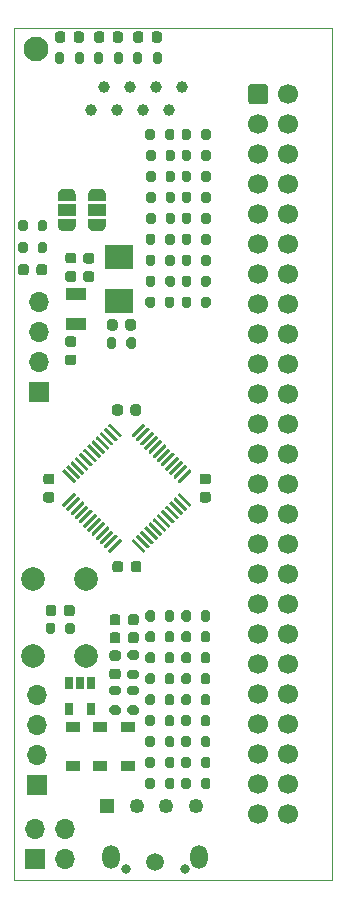
<source format=gbr>
%TF.GenerationSoftware,KiCad,Pcbnew,(5.1.9-16-g1737927814)-1*%
%TF.CreationDate,2021-07-07T15:11:55-05:00*%
%TF.ProjectId,bluepill_scsi,626c7565-7069-46c6-9c5f-736373692e6b,rev?*%
%TF.SameCoordinates,Original*%
%TF.FileFunction,Soldermask,Bot*%
%TF.FilePolarity,Negative*%
%FSLAX46Y46*%
G04 Gerber Fmt 4.6, Leading zero omitted, Abs format (unit mm)*
G04 Created by KiCad (PCBNEW (5.1.9-16-g1737927814)-1) date 2021-07-07 15:11:55*
%MOMM*%
%LPD*%
G01*
G04 APERTURE LIST*
%TA.AperFunction,Profile*%
%ADD10C,0.050000*%
%TD*%
%ADD11C,2.100000*%
%ADD12C,0.150000*%
%ADD13R,1.500000X1.000000*%
%ADD14O,1.700000X1.700000*%
%ADD15R,1.700000X1.700000*%
%ADD16O,0.800000X0.800000*%
%ADD17O,1.450000X2.000000*%
%ADD18C,1.700000*%
%ADD19C,1.000000*%
%ADD20C,2.000000*%
%ADD21R,1.200000X0.900000*%
%ADD22C,1.500000*%
%ADD23R,2.400000X2.000000*%
%ADD24R,1.800000X1.000000*%
%ADD25R,0.650000X1.060000*%
%ADD26R,1.250000X1.250000*%
%ADD27C,1.250000*%
G04 APERTURE END LIST*
D10*
X113538000Y-148475700D02*
X86664800Y-148475700D01*
X113538000Y-76314300D02*
X86664800Y-76314300D01*
X113538000Y-148475700D02*
X113538000Y-76314300D01*
X86664800Y-148475700D02*
X86664800Y-76314300D01*
D11*
%TO.C,REF\u002A\u002A*%
X88488520Y-78125320D03*
%TD*%
D12*
%TO.C,JP3*%
G36*
X92925200Y-90969900D02*
G01*
X92925200Y-90419900D01*
X92925802Y-90419900D01*
X92925802Y-90395366D01*
X92930612Y-90346535D01*
X92940184Y-90298410D01*
X92954428Y-90251455D01*
X92973205Y-90206122D01*
X92996336Y-90162849D01*
X93023596Y-90122050D01*
X93054724Y-90084121D01*
X93089421Y-90049424D01*
X93127350Y-90018296D01*
X93168149Y-89991036D01*
X93211422Y-89967905D01*
X93256755Y-89949128D01*
X93303710Y-89934884D01*
X93351835Y-89925312D01*
X93400666Y-89920502D01*
X93425200Y-89920502D01*
X93425200Y-89919900D01*
X93925200Y-89919900D01*
X93925200Y-89920502D01*
X93949734Y-89920502D01*
X93998565Y-89925312D01*
X94046690Y-89934884D01*
X94093645Y-89949128D01*
X94138978Y-89967905D01*
X94182251Y-89991036D01*
X94223050Y-90018296D01*
X94260979Y-90049424D01*
X94295676Y-90084121D01*
X94326804Y-90122050D01*
X94354064Y-90162849D01*
X94377195Y-90206122D01*
X94395972Y-90251455D01*
X94410216Y-90298410D01*
X94419788Y-90346535D01*
X94424598Y-90395366D01*
X94424598Y-90419900D01*
X94425200Y-90419900D01*
X94425200Y-90969900D01*
X92925200Y-90969900D01*
G37*
D13*
X93675200Y-91719900D03*
D12*
G36*
X94424598Y-93019900D02*
G01*
X94424598Y-93044434D01*
X94419788Y-93093265D01*
X94410216Y-93141390D01*
X94395972Y-93188345D01*
X94377195Y-93233678D01*
X94354064Y-93276951D01*
X94326804Y-93317750D01*
X94295676Y-93355679D01*
X94260979Y-93390376D01*
X94223050Y-93421504D01*
X94182251Y-93448764D01*
X94138978Y-93471895D01*
X94093645Y-93490672D01*
X94046690Y-93504916D01*
X93998565Y-93514488D01*
X93949734Y-93519298D01*
X93925200Y-93519298D01*
X93925200Y-93519900D01*
X93425200Y-93519900D01*
X93425200Y-93519298D01*
X93400666Y-93519298D01*
X93351835Y-93514488D01*
X93303710Y-93504916D01*
X93256755Y-93490672D01*
X93211422Y-93471895D01*
X93168149Y-93448764D01*
X93127350Y-93421504D01*
X93089421Y-93390376D01*
X93054724Y-93355679D01*
X93023596Y-93317750D01*
X92996336Y-93276951D01*
X92973205Y-93233678D01*
X92954428Y-93188345D01*
X92940184Y-93141390D01*
X92930612Y-93093265D01*
X92925802Y-93044434D01*
X92925802Y-93019900D01*
X92925200Y-93019900D01*
X92925200Y-92469900D01*
X94425200Y-92469900D01*
X94425200Y-93019900D01*
X94424598Y-93019900D01*
G37*
%TD*%
%TO.C,JP4*%
G36*
X90370900Y-90969900D02*
G01*
X90370900Y-90419900D01*
X90371502Y-90419900D01*
X90371502Y-90395366D01*
X90376312Y-90346535D01*
X90385884Y-90298410D01*
X90400128Y-90251455D01*
X90418905Y-90206122D01*
X90442036Y-90162849D01*
X90469296Y-90122050D01*
X90500424Y-90084121D01*
X90535121Y-90049424D01*
X90573050Y-90018296D01*
X90613849Y-89991036D01*
X90657122Y-89967905D01*
X90702455Y-89949128D01*
X90749410Y-89934884D01*
X90797535Y-89925312D01*
X90846366Y-89920502D01*
X90870900Y-89920502D01*
X90870900Y-89919900D01*
X91370900Y-89919900D01*
X91370900Y-89920502D01*
X91395434Y-89920502D01*
X91444265Y-89925312D01*
X91492390Y-89934884D01*
X91539345Y-89949128D01*
X91584678Y-89967905D01*
X91627951Y-89991036D01*
X91668750Y-90018296D01*
X91706679Y-90049424D01*
X91741376Y-90084121D01*
X91772504Y-90122050D01*
X91799764Y-90162849D01*
X91822895Y-90206122D01*
X91841672Y-90251455D01*
X91855916Y-90298410D01*
X91865488Y-90346535D01*
X91870298Y-90395366D01*
X91870298Y-90419900D01*
X91870900Y-90419900D01*
X91870900Y-90969900D01*
X90370900Y-90969900D01*
G37*
D13*
X91120900Y-91719900D03*
D12*
G36*
X91870298Y-93019900D02*
G01*
X91870298Y-93044434D01*
X91865488Y-93093265D01*
X91855916Y-93141390D01*
X91841672Y-93188345D01*
X91822895Y-93233678D01*
X91799764Y-93276951D01*
X91772504Y-93317750D01*
X91741376Y-93355679D01*
X91706679Y-93390376D01*
X91668750Y-93421504D01*
X91627951Y-93448764D01*
X91584678Y-93471895D01*
X91539345Y-93490672D01*
X91492390Y-93504916D01*
X91444265Y-93514488D01*
X91395434Y-93519298D01*
X91370900Y-93519298D01*
X91370900Y-93519900D01*
X90870900Y-93519900D01*
X90870900Y-93519298D01*
X90846366Y-93519298D01*
X90797535Y-93514488D01*
X90749410Y-93504916D01*
X90702455Y-93490672D01*
X90657122Y-93471895D01*
X90613849Y-93448764D01*
X90573050Y-93421504D01*
X90535121Y-93390376D01*
X90500424Y-93355679D01*
X90469296Y-93317750D01*
X90442036Y-93276951D01*
X90418905Y-93233678D01*
X90400128Y-93188345D01*
X90385884Y-93141390D01*
X90376312Y-93093265D01*
X90371502Y-93044434D01*
X90371502Y-93019900D01*
X90370900Y-93019900D01*
X90370900Y-92469900D01*
X91870900Y-92469900D01*
X91870900Y-93019900D01*
X91870298Y-93019900D01*
G37*
%TD*%
D14*
%TO.C,J1*%
X91008200Y-144139920D03*
X91008200Y-146679920D03*
X88468200Y-144139920D03*
D15*
X88468200Y-146679920D03*
%TD*%
D16*
%TO.C,J3*%
X101102800Y-147561400D03*
X96102800Y-147561400D03*
D17*
X102327800Y-146511400D03*
X94877800Y-146511400D03*
%TD*%
D18*
%TO.C,J5*%
X109855000Y-142875000D03*
X109855000Y-140335000D03*
X109855000Y-137795000D03*
X109855000Y-135255000D03*
X109855000Y-132715000D03*
X109855000Y-130175000D03*
X109855000Y-127635000D03*
X109855000Y-125095000D03*
X109855000Y-122555000D03*
X109855000Y-120015000D03*
X109855000Y-117475000D03*
X109855000Y-114935000D03*
X109855000Y-112395000D03*
X109855000Y-109855000D03*
X109855000Y-107315000D03*
X109855000Y-104775000D03*
X109855000Y-102235000D03*
X109855000Y-99695000D03*
X109855000Y-97155000D03*
X109855000Y-94615000D03*
X109855000Y-92075000D03*
X109855000Y-89535000D03*
X109855000Y-86995000D03*
X109855000Y-84455000D03*
X109855000Y-81915000D03*
X107315000Y-142875000D03*
X107315000Y-140335000D03*
X107315000Y-137795000D03*
X107315000Y-135255000D03*
X107315000Y-132715000D03*
X107315000Y-130175000D03*
X107315000Y-127635000D03*
X107315000Y-125095000D03*
X107315000Y-122555000D03*
X107315000Y-120015000D03*
X107315000Y-117475000D03*
X107315000Y-114935000D03*
X107315000Y-112395000D03*
X107315000Y-109855000D03*
X107315000Y-107315000D03*
X107315000Y-104775000D03*
X107315000Y-102235000D03*
X107315000Y-99695000D03*
X107315000Y-97155000D03*
X107315000Y-94615000D03*
X107315000Y-92075000D03*
X107315000Y-89535000D03*
X107315000Y-86995000D03*
X107315000Y-84455000D03*
G36*
G01*
X106465000Y-82515000D02*
X106465000Y-81315000D01*
G75*
G02*
X106715000Y-81065000I250000J0D01*
G01*
X107915000Y-81065000D01*
G75*
G02*
X108165000Y-81315000I0J-250000D01*
G01*
X108165000Y-82515000D01*
G75*
G02*
X107915000Y-82765000I-250000J0D01*
G01*
X106715000Y-82765000D01*
G75*
G02*
X106465000Y-82515000I0J250000D01*
G01*
G37*
%TD*%
D19*
%TO.C,TP13*%
X100836400Y-81280000D03*
%TD*%
%TO.C,TP12*%
X99786400Y-83299300D03*
%TD*%
%TO.C,TP11*%
X97586400Y-83299300D03*
%TD*%
%TO.C,TP10*%
X95386400Y-83299300D03*
%TD*%
%TO.C,TP9*%
X94286400Y-81280000D03*
%TD*%
%TO.C,TP8*%
X93186400Y-83299300D03*
%TD*%
%TO.C,TP7*%
X98653066Y-81280000D03*
%TD*%
%TO.C,TP6*%
X96469733Y-81280000D03*
%TD*%
D20*
%TO.C,SW1*%
X88277700Y-123014600D03*
X92777700Y-123014600D03*
X88277700Y-129514600D03*
X92777700Y-129514600D03*
%TD*%
D21*
%TO.C,D6*%
X96316800Y-138784600D03*
X96316800Y-135484600D03*
%TD*%
%TO.C,D4*%
X91605100Y-138784600D03*
X91605100Y-135484600D03*
%TD*%
%TO.C,D3*%
X93967300Y-138784600D03*
X93967300Y-135484600D03*
%TD*%
%TO.C,R47*%
G36*
G01*
X101644900Y-97480075D02*
X101644900Y-98030075D01*
G75*
G02*
X101444900Y-98230075I-200000J0D01*
G01*
X101044900Y-98230075D01*
G75*
G02*
X100844900Y-98030075I0J200000D01*
G01*
X100844900Y-97480075D01*
G75*
G02*
X101044900Y-97280075I200000J0D01*
G01*
X101444900Y-97280075D01*
G75*
G02*
X101644900Y-97480075I0J-200000D01*
G01*
G37*
G36*
G01*
X103294900Y-97480075D02*
X103294900Y-98030075D01*
G75*
G02*
X103094900Y-98230075I-200000J0D01*
G01*
X102694900Y-98230075D01*
G75*
G02*
X102494900Y-98030075I0J200000D01*
G01*
X102494900Y-97480075D01*
G75*
G02*
X102694900Y-97280075I200000J0D01*
G01*
X103094900Y-97280075D01*
G75*
G02*
X103294900Y-97480075I0J-200000D01*
G01*
G37*
%TD*%
%TO.C,R46*%
G36*
G01*
X99472300Y-98030075D02*
X99472300Y-97480075D01*
G75*
G02*
X99672300Y-97280075I200000J0D01*
G01*
X100072300Y-97280075D01*
G75*
G02*
X100272300Y-97480075I0J-200000D01*
G01*
X100272300Y-98030075D01*
G75*
G02*
X100072300Y-98230075I-200000J0D01*
G01*
X99672300Y-98230075D01*
G75*
G02*
X99472300Y-98030075I0J200000D01*
G01*
G37*
G36*
G01*
X97822300Y-98030075D02*
X97822300Y-97480075D01*
G75*
G02*
X98022300Y-97280075I200000J0D01*
G01*
X98422300Y-97280075D01*
G75*
G02*
X98622300Y-97480075I0J-200000D01*
G01*
X98622300Y-98030075D01*
G75*
G02*
X98422300Y-98230075I-200000J0D01*
G01*
X98022300Y-98230075D01*
G75*
G02*
X97822300Y-98030075I0J200000D01*
G01*
G37*
%TD*%
%TO.C,R45*%
G36*
G01*
X101644900Y-95705250D02*
X101644900Y-96255250D01*
G75*
G02*
X101444900Y-96455250I-200000J0D01*
G01*
X101044900Y-96455250D01*
G75*
G02*
X100844900Y-96255250I0J200000D01*
G01*
X100844900Y-95705250D01*
G75*
G02*
X101044900Y-95505250I200000J0D01*
G01*
X101444900Y-95505250D01*
G75*
G02*
X101644900Y-95705250I0J-200000D01*
G01*
G37*
G36*
G01*
X103294900Y-95705250D02*
X103294900Y-96255250D01*
G75*
G02*
X103094900Y-96455250I-200000J0D01*
G01*
X102694900Y-96455250D01*
G75*
G02*
X102494900Y-96255250I0J200000D01*
G01*
X102494900Y-95705250D01*
G75*
G02*
X102694900Y-95505250I200000J0D01*
G01*
X103094900Y-95505250D01*
G75*
G02*
X103294900Y-95705250I0J-200000D01*
G01*
G37*
%TD*%
%TO.C,R44*%
G36*
G01*
X99472300Y-96255250D02*
X99472300Y-95705250D01*
G75*
G02*
X99672300Y-95505250I200000J0D01*
G01*
X100072300Y-95505250D01*
G75*
G02*
X100272300Y-95705250I0J-200000D01*
G01*
X100272300Y-96255250D01*
G75*
G02*
X100072300Y-96455250I-200000J0D01*
G01*
X99672300Y-96455250D01*
G75*
G02*
X99472300Y-96255250I0J200000D01*
G01*
G37*
G36*
G01*
X97822300Y-96255250D02*
X97822300Y-95705250D01*
G75*
G02*
X98022300Y-95505250I200000J0D01*
G01*
X98422300Y-95505250D01*
G75*
G02*
X98622300Y-95705250I0J-200000D01*
G01*
X98622300Y-96255250D01*
G75*
G02*
X98422300Y-96455250I-200000J0D01*
G01*
X98022300Y-96455250D01*
G75*
G02*
X97822300Y-96255250I0J200000D01*
G01*
G37*
%TD*%
%TO.C,R43*%
G36*
G01*
X101644900Y-93930425D02*
X101644900Y-94480425D01*
G75*
G02*
X101444900Y-94680425I-200000J0D01*
G01*
X101044900Y-94680425D01*
G75*
G02*
X100844900Y-94480425I0J200000D01*
G01*
X100844900Y-93930425D01*
G75*
G02*
X101044900Y-93730425I200000J0D01*
G01*
X101444900Y-93730425D01*
G75*
G02*
X101644900Y-93930425I0J-200000D01*
G01*
G37*
G36*
G01*
X103294900Y-93930425D02*
X103294900Y-94480425D01*
G75*
G02*
X103094900Y-94680425I-200000J0D01*
G01*
X102694900Y-94680425D01*
G75*
G02*
X102494900Y-94480425I0J200000D01*
G01*
X102494900Y-93930425D01*
G75*
G02*
X102694900Y-93730425I200000J0D01*
G01*
X103094900Y-93730425D01*
G75*
G02*
X103294900Y-93930425I0J-200000D01*
G01*
G37*
%TD*%
%TO.C,R42*%
G36*
G01*
X99472300Y-94480425D02*
X99472300Y-93930425D01*
G75*
G02*
X99672300Y-93730425I200000J0D01*
G01*
X100072300Y-93730425D01*
G75*
G02*
X100272300Y-93930425I0J-200000D01*
G01*
X100272300Y-94480425D01*
G75*
G02*
X100072300Y-94680425I-200000J0D01*
G01*
X99672300Y-94680425D01*
G75*
G02*
X99472300Y-94480425I0J200000D01*
G01*
G37*
G36*
G01*
X97822300Y-94480425D02*
X97822300Y-93930425D01*
G75*
G02*
X98022300Y-93730425I200000J0D01*
G01*
X98422300Y-93730425D01*
G75*
G02*
X98622300Y-93930425I0J-200000D01*
G01*
X98622300Y-94480425D01*
G75*
G02*
X98422300Y-94680425I-200000J0D01*
G01*
X98022300Y-94680425D01*
G75*
G02*
X97822300Y-94480425I0J200000D01*
G01*
G37*
%TD*%
%TO.C,R41*%
G36*
G01*
X101644900Y-92155600D02*
X101644900Y-92705600D01*
G75*
G02*
X101444900Y-92905600I-200000J0D01*
G01*
X101044900Y-92905600D01*
G75*
G02*
X100844900Y-92705600I0J200000D01*
G01*
X100844900Y-92155600D01*
G75*
G02*
X101044900Y-91955600I200000J0D01*
G01*
X101444900Y-91955600D01*
G75*
G02*
X101644900Y-92155600I0J-200000D01*
G01*
G37*
G36*
G01*
X103294900Y-92155600D02*
X103294900Y-92705600D01*
G75*
G02*
X103094900Y-92905600I-200000J0D01*
G01*
X102694900Y-92905600D01*
G75*
G02*
X102494900Y-92705600I0J200000D01*
G01*
X102494900Y-92155600D01*
G75*
G02*
X102694900Y-91955600I200000J0D01*
G01*
X103094900Y-91955600D01*
G75*
G02*
X103294900Y-92155600I0J-200000D01*
G01*
G37*
%TD*%
%TO.C,R40*%
G36*
G01*
X99485000Y-92705600D02*
X99485000Y-92155600D01*
G75*
G02*
X99685000Y-91955600I200000J0D01*
G01*
X100085000Y-91955600D01*
G75*
G02*
X100285000Y-92155600I0J-200000D01*
G01*
X100285000Y-92705600D01*
G75*
G02*
X100085000Y-92905600I-200000J0D01*
G01*
X99685000Y-92905600D01*
G75*
G02*
X99485000Y-92705600I0J200000D01*
G01*
G37*
G36*
G01*
X97835000Y-92705600D02*
X97835000Y-92155600D01*
G75*
G02*
X98035000Y-91955600I200000J0D01*
G01*
X98435000Y-91955600D01*
G75*
G02*
X98635000Y-92155600I0J-200000D01*
G01*
X98635000Y-92705600D01*
G75*
G02*
X98435000Y-92905600I-200000J0D01*
G01*
X98035000Y-92905600D01*
G75*
G02*
X97835000Y-92705600I0J200000D01*
G01*
G37*
%TD*%
%TO.C,R39*%
G36*
G01*
X101644900Y-90380775D02*
X101644900Y-90930775D01*
G75*
G02*
X101444900Y-91130775I-200000J0D01*
G01*
X101044900Y-91130775D01*
G75*
G02*
X100844900Y-90930775I0J200000D01*
G01*
X100844900Y-90380775D01*
G75*
G02*
X101044900Y-90180775I200000J0D01*
G01*
X101444900Y-90180775D01*
G75*
G02*
X101644900Y-90380775I0J-200000D01*
G01*
G37*
G36*
G01*
X103294900Y-90380775D02*
X103294900Y-90930775D01*
G75*
G02*
X103094900Y-91130775I-200000J0D01*
G01*
X102694900Y-91130775D01*
G75*
G02*
X102494900Y-90930775I0J200000D01*
G01*
X102494900Y-90380775D01*
G75*
G02*
X102694900Y-90180775I200000J0D01*
G01*
X103094900Y-90180775D01*
G75*
G02*
X103294900Y-90380775I0J-200000D01*
G01*
G37*
%TD*%
%TO.C,R38*%
G36*
G01*
X99485000Y-90930775D02*
X99485000Y-90380775D01*
G75*
G02*
X99685000Y-90180775I200000J0D01*
G01*
X100085000Y-90180775D01*
G75*
G02*
X100285000Y-90380775I0J-200000D01*
G01*
X100285000Y-90930775D01*
G75*
G02*
X100085000Y-91130775I-200000J0D01*
G01*
X99685000Y-91130775D01*
G75*
G02*
X99485000Y-90930775I0J200000D01*
G01*
G37*
G36*
G01*
X97835000Y-90930775D02*
X97835000Y-90380775D01*
G75*
G02*
X98035000Y-90180775I200000J0D01*
G01*
X98435000Y-90180775D01*
G75*
G02*
X98635000Y-90380775I0J-200000D01*
G01*
X98635000Y-90930775D01*
G75*
G02*
X98435000Y-91130775I-200000J0D01*
G01*
X98035000Y-91130775D01*
G75*
G02*
X97835000Y-90930775I0J200000D01*
G01*
G37*
%TD*%
%TO.C,R37*%
G36*
G01*
X101644900Y-88605950D02*
X101644900Y-89155950D01*
G75*
G02*
X101444900Y-89355950I-200000J0D01*
G01*
X101044900Y-89355950D01*
G75*
G02*
X100844900Y-89155950I0J200000D01*
G01*
X100844900Y-88605950D01*
G75*
G02*
X101044900Y-88405950I200000J0D01*
G01*
X101444900Y-88405950D01*
G75*
G02*
X101644900Y-88605950I0J-200000D01*
G01*
G37*
G36*
G01*
X103294900Y-88605950D02*
X103294900Y-89155950D01*
G75*
G02*
X103094900Y-89355950I-200000J0D01*
G01*
X102694900Y-89355950D01*
G75*
G02*
X102494900Y-89155950I0J200000D01*
G01*
X102494900Y-88605950D01*
G75*
G02*
X102694900Y-88405950I200000J0D01*
G01*
X103094900Y-88405950D01*
G75*
G02*
X103294900Y-88605950I0J-200000D01*
G01*
G37*
%TD*%
%TO.C,R36*%
G36*
G01*
X99485000Y-89155950D02*
X99485000Y-88605950D01*
G75*
G02*
X99685000Y-88405950I200000J0D01*
G01*
X100085000Y-88405950D01*
G75*
G02*
X100285000Y-88605950I0J-200000D01*
G01*
X100285000Y-89155950D01*
G75*
G02*
X100085000Y-89355950I-200000J0D01*
G01*
X99685000Y-89355950D01*
G75*
G02*
X99485000Y-89155950I0J200000D01*
G01*
G37*
G36*
G01*
X97835000Y-89155950D02*
X97835000Y-88605950D01*
G75*
G02*
X98035000Y-88405950I200000J0D01*
G01*
X98435000Y-88405950D01*
G75*
G02*
X98635000Y-88605950I0J-200000D01*
G01*
X98635000Y-89155950D01*
G75*
G02*
X98435000Y-89355950I-200000J0D01*
G01*
X98035000Y-89355950D01*
G75*
G02*
X97835000Y-89155950I0J200000D01*
G01*
G37*
%TD*%
%TO.C,R35*%
G36*
G01*
X101644900Y-86831125D02*
X101644900Y-87381125D01*
G75*
G02*
X101444900Y-87581125I-200000J0D01*
G01*
X101044900Y-87581125D01*
G75*
G02*
X100844900Y-87381125I0J200000D01*
G01*
X100844900Y-86831125D01*
G75*
G02*
X101044900Y-86631125I200000J0D01*
G01*
X101444900Y-86631125D01*
G75*
G02*
X101644900Y-86831125I0J-200000D01*
G01*
G37*
G36*
G01*
X103294900Y-86831125D02*
X103294900Y-87381125D01*
G75*
G02*
X103094900Y-87581125I-200000J0D01*
G01*
X102694900Y-87581125D01*
G75*
G02*
X102494900Y-87381125I0J200000D01*
G01*
X102494900Y-86831125D01*
G75*
G02*
X102694900Y-86631125I200000J0D01*
G01*
X103094900Y-86631125D01*
G75*
G02*
X103294900Y-86831125I0J-200000D01*
G01*
G37*
%TD*%
%TO.C,R34*%
G36*
G01*
X99485000Y-87381125D02*
X99485000Y-86831125D01*
G75*
G02*
X99685000Y-86631125I200000J0D01*
G01*
X100085000Y-86631125D01*
G75*
G02*
X100285000Y-86831125I0J-200000D01*
G01*
X100285000Y-87381125D01*
G75*
G02*
X100085000Y-87581125I-200000J0D01*
G01*
X99685000Y-87581125D01*
G75*
G02*
X99485000Y-87381125I0J200000D01*
G01*
G37*
G36*
G01*
X97835000Y-87381125D02*
X97835000Y-86831125D01*
G75*
G02*
X98035000Y-86631125I200000J0D01*
G01*
X98435000Y-86631125D01*
G75*
G02*
X98635000Y-86831125I0J-200000D01*
G01*
X98635000Y-87381125D01*
G75*
G02*
X98435000Y-87581125I-200000J0D01*
G01*
X98035000Y-87581125D01*
G75*
G02*
X97835000Y-87381125I0J200000D01*
G01*
G37*
%TD*%
%TO.C,R33*%
G36*
G01*
X101644900Y-85056300D02*
X101644900Y-85606300D01*
G75*
G02*
X101444900Y-85806300I-200000J0D01*
G01*
X101044900Y-85806300D01*
G75*
G02*
X100844900Y-85606300I0J200000D01*
G01*
X100844900Y-85056300D01*
G75*
G02*
X101044900Y-84856300I200000J0D01*
G01*
X101444900Y-84856300D01*
G75*
G02*
X101644900Y-85056300I0J-200000D01*
G01*
G37*
G36*
G01*
X103294900Y-85056300D02*
X103294900Y-85606300D01*
G75*
G02*
X103094900Y-85806300I-200000J0D01*
G01*
X102694900Y-85806300D01*
G75*
G02*
X102494900Y-85606300I0J200000D01*
G01*
X102494900Y-85056300D01*
G75*
G02*
X102694900Y-84856300I200000J0D01*
G01*
X103094900Y-84856300D01*
G75*
G02*
X103294900Y-85056300I0J-200000D01*
G01*
G37*
%TD*%
%TO.C,R32*%
G36*
G01*
X99434200Y-85606300D02*
X99434200Y-85056300D01*
G75*
G02*
X99634200Y-84856300I200000J0D01*
G01*
X100034200Y-84856300D01*
G75*
G02*
X100234200Y-85056300I0J-200000D01*
G01*
X100234200Y-85606300D01*
G75*
G02*
X100034200Y-85806300I-200000J0D01*
G01*
X99634200Y-85806300D01*
G75*
G02*
X99434200Y-85606300I0J200000D01*
G01*
G37*
G36*
G01*
X97784200Y-85606300D02*
X97784200Y-85056300D01*
G75*
G02*
X97984200Y-84856300I200000J0D01*
G01*
X98384200Y-84856300D01*
G75*
G02*
X98584200Y-85056300I0J-200000D01*
G01*
X98584200Y-85606300D01*
G75*
G02*
X98384200Y-85806300I-200000J0D01*
G01*
X97984200Y-85806300D01*
G75*
G02*
X97784200Y-85606300I0J200000D01*
G01*
G37*
%TD*%
%TO.C,R31*%
G36*
G01*
X101644900Y-99254900D02*
X101644900Y-99804900D01*
G75*
G02*
X101444900Y-100004900I-200000J0D01*
G01*
X101044900Y-100004900D01*
G75*
G02*
X100844900Y-99804900I0J200000D01*
G01*
X100844900Y-99254900D01*
G75*
G02*
X101044900Y-99054900I200000J0D01*
G01*
X101444900Y-99054900D01*
G75*
G02*
X101644900Y-99254900I0J-200000D01*
G01*
G37*
G36*
G01*
X103294900Y-99254900D02*
X103294900Y-99804900D01*
G75*
G02*
X103094900Y-100004900I-200000J0D01*
G01*
X102694900Y-100004900D01*
G75*
G02*
X102494900Y-99804900I0J200000D01*
G01*
X102494900Y-99254900D01*
G75*
G02*
X102694900Y-99054900I200000J0D01*
G01*
X103094900Y-99054900D01*
G75*
G02*
X103294900Y-99254900I0J-200000D01*
G01*
G37*
%TD*%
%TO.C,R30*%
G36*
G01*
X99434200Y-99804900D02*
X99434200Y-99254900D01*
G75*
G02*
X99634200Y-99054900I200000J0D01*
G01*
X100034200Y-99054900D01*
G75*
G02*
X100234200Y-99254900I0J-200000D01*
G01*
X100234200Y-99804900D01*
G75*
G02*
X100034200Y-100004900I-200000J0D01*
G01*
X99634200Y-100004900D01*
G75*
G02*
X99434200Y-99804900I0J200000D01*
G01*
G37*
G36*
G01*
X97784200Y-99804900D02*
X97784200Y-99254900D01*
G75*
G02*
X97984200Y-99054900I200000J0D01*
G01*
X98384200Y-99054900D01*
G75*
G02*
X98584200Y-99254900I0J-200000D01*
G01*
X98584200Y-99804900D01*
G75*
G02*
X98384200Y-100004900I-200000J0D01*
G01*
X97984200Y-100004900D01*
G75*
G02*
X97784200Y-99804900I0J200000D01*
G01*
G37*
%TD*%
%TO.C,R29*%
G36*
G01*
X101632200Y-125823300D02*
X101632200Y-126373300D01*
G75*
G02*
X101432200Y-126573300I-200000J0D01*
G01*
X101032200Y-126573300D01*
G75*
G02*
X100832200Y-126373300I0J200000D01*
G01*
X100832200Y-125823300D01*
G75*
G02*
X101032200Y-125623300I200000J0D01*
G01*
X101432200Y-125623300D01*
G75*
G02*
X101632200Y-125823300I0J-200000D01*
G01*
G37*
G36*
G01*
X103282200Y-125823300D02*
X103282200Y-126373300D01*
G75*
G02*
X103082200Y-126573300I-200000J0D01*
G01*
X102682200Y-126573300D01*
G75*
G02*
X102482200Y-126373300I0J200000D01*
G01*
X102482200Y-125823300D01*
G75*
G02*
X102682200Y-125623300I200000J0D01*
G01*
X103082200Y-125623300D01*
G75*
G02*
X103282200Y-125823300I0J-200000D01*
G01*
G37*
%TD*%
%TO.C,R28*%
G36*
G01*
X99434200Y-126373300D02*
X99434200Y-125823300D01*
G75*
G02*
X99634200Y-125623300I200000J0D01*
G01*
X100034200Y-125623300D01*
G75*
G02*
X100234200Y-125823300I0J-200000D01*
G01*
X100234200Y-126373300D01*
G75*
G02*
X100034200Y-126573300I-200000J0D01*
G01*
X99634200Y-126573300D01*
G75*
G02*
X99434200Y-126373300I0J200000D01*
G01*
G37*
G36*
G01*
X97784200Y-126373300D02*
X97784200Y-125823300D01*
G75*
G02*
X97984200Y-125623300I200000J0D01*
G01*
X98384200Y-125623300D01*
G75*
G02*
X98584200Y-125823300I0J-200000D01*
G01*
X98584200Y-126373300D01*
G75*
G02*
X98384200Y-126573300I-200000J0D01*
G01*
X97984200Y-126573300D01*
G75*
G02*
X97784200Y-126373300I0J200000D01*
G01*
G37*
%TD*%
%TO.C,R27*%
G36*
G01*
X101632200Y-129372950D02*
X101632200Y-129922950D01*
G75*
G02*
X101432200Y-130122950I-200000J0D01*
G01*
X101032200Y-130122950D01*
G75*
G02*
X100832200Y-129922950I0J200000D01*
G01*
X100832200Y-129372950D01*
G75*
G02*
X101032200Y-129172950I200000J0D01*
G01*
X101432200Y-129172950D01*
G75*
G02*
X101632200Y-129372950I0J-200000D01*
G01*
G37*
G36*
G01*
X103282200Y-129372950D02*
X103282200Y-129922950D01*
G75*
G02*
X103082200Y-130122950I-200000J0D01*
G01*
X102682200Y-130122950D01*
G75*
G02*
X102482200Y-129922950I0J200000D01*
G01*
X102482200Y-129372950D01*
G75*
G02*
X102682200Y-129172950I200000J0D01*
G01*
X103082200Y-129172950D01*
G75*
G02*
X103282200Y-129372950I0J-200000D01*
G01*
G37*
%TD*%
%TO.C,R26*%
G36*
G01*
X99434200Y-129922950D02*
X99434200Y-129372950D01*
G75*
G02*
X99634200Y-129172950I200000J0D01*
G01*
X100034200Y-129172950D01*
G75*
G02*
X100234200Y-129372950I0J-200000D01*
G01*
X100234200Y-129922950D01*
G75*
G02*
X100034200Y-130122950I-200000J0D01*
G01*
X99634200Y-130122950D01*
G75*
G02*
X99434200Y-129922950I0J200000D01*
G01*
G37*
G36*
G01*
X97784200Y-129922950D02*
X97784200Y-129372950D01*
G75*
G02*
X97984200Y-129172950I200000J0D01*
G01*
X98384200Y-129172950D01*
G75*
G02*
X98584200Y-129372950I0J-200000D01*
G01*
X98584200Y-129922950D01*
G75*
G02*
X98384200Y-130122950I-200000J0D01*
G01*
X97984200Y-130122950D01*
G75*
G02*
X97784200Y-129922950I0J200000D01*
G01*
G37*
%TD*%
%TO.C,R25*%
G36*
G01*
X101632200Y-131147775D02*
X101632200Y-131697775D01*
G75*
G02*
X101432200Y-131897775I-200000J0D01*
G01*
X101032200Y-131897775D01*
G75*
G02*
X100832200Y-131697775I0J200000D01*
G01*
X100832200Y-131147775D01*
G75*
G02*
X101032200Y-130947775I200000J0D01*
G01*
X101432200Y-130947775D01*
G75*
G02*
X101632200Y-131147775I0J-200000D01*
G01*
G37*
G36*
G01*
X103282200Y-131147775D02*
X103282200Y-131697775D01*
G75*
G02*
X103082200Y-131897775I-200000J0D01*
G01*
X102682200Y-131897775D01*
G75*
G02*
X102482200Y-131697775I0J200000D01*
G01*
X102482200Y-131147775D01*
G75*
G02*
X102682200Y-130947775I200000J0D01*
G01*
X103082200Y-130947775D01*
G75*
G02*
X103282200Y-131147775I0J-200000D01*
G01*
G37*
%TD*%
%TO.C,R24*%
G36*
G01*
X99434200Y-131697775D02*
X99434200Y-131147775D01*
G75*
G02*
X99634200Y-130947775I200000J0D01*
G01*
X100034200Y-130947775D01*
G75*
G02*
X100234200Y-131147775I0J-200000D01*
G01*
X100234200Y-131697775D01*
G75*
G02*
X100034200Y-131897775I-200000J0D01*
G01*
X99634200Y-131897775D01*
G75*
G02*
X99434200Y-131697775I0J200000D01*
G01*
G37*
G36*
G01*
X97784200Y-131697775D02*
X97784200Y-131147775D01*
G75*
G02*
X97984200Y-130947775I200000J0D01*
G01*
X98384200Y-130947775D01*
G75*
G02*
X98584200Y-131147775I0J-200000D01*
G01*
X98584200Y-131697775D01*
G75*
G02*
X98384200Y-131897775I-200000J0D01*
G01*
X97984200Y-131897775D01*
G75*
G02*
X97784200Y-131697775I0J200000D01*
G01*
G37*
%TD*%
%TO.C,R23*%
G36*
G01*
X101632200Y-134697425D02*
X101632200Y-135247425D01*
G75*
G02*
X101432200Y-135447425I-200000J0D01*
G01*
X101032200Y-135447425D01*
G75*
G02*
X100832200Y-135247425I0J200000D01*
G01*
X100832200Y-134697425D01*
G75*
G02*
X101032200Y-134497425I200000J0D01*
G01*
X101432200Y-134497425D01*
G75*
G02*
X101632200Y-134697425I0J-200000D01*
G01*
G37*
G36*
G01*
X103282200Y-134697425D02*
X103282200Y-135247425D01*
G75*
G02*
X103082200Y-135447425I-200000J0D01*
G01*
X102682200Y-135447425D01*
G75*
G02*
X102482200Y-135247425I0J200000D01*
G01*
X102482200Y-134697425D01*
G75*
G02*
X102682200Y-134497425I200000J0D01*
G01*
X103082200Y-134497425D01*
G75*
G02*
X103282200Y-134697425I0J-200000D01*
G01*
G37*
%TD*%
%TO.C,R22*%
G36*
G01*
X99434200Y-135247425D02*
X99434200Y-134697425D01*
G75*
G02*
X99634200Y-134497425I200000J0D01*
G01*
X100034200Y-134497425D01*
G75*
G02*
X100234200Y-134697425I0J-200000D01*
G01*
X100234200Y-135247425D01*
G75*
G02*
X100034200Y-135447425I-200000J0D01*
G01*
X99634200Y-135447425D01*
G75*
G02*
X99434200Y-135247425I0J200000D01*
G01*
G37*
G36*
G01*
X97784200Y-135247425D02*
X97784200Y-134697425D01*
G75*
G02*
X97984200Y-134497425I200000J0D01*
G01*
X98384200Y-134497425D01*
G75*
G02*
X98584200Y-134697425I0J-200000D01*
G01*
X98584200Y-135247425D01*
G75*
G02*
X98384200Y-135447425I-200000J0D01*
G01*
X97984200Y-135447425D01*
G75*
G02*
X97784200Y-135247425I0J200000D01*
G01*
G37*
%TD*%
%TO.C,R21*%
G36*
G01*
X101632200Y-127598125D02*
X101632200Y-128148125D01*
G75*
G02*
X101432200Y-128348125I-200000J0D01*
G01*
X101032200Y-128348125D01*
G75*
G02*
X100832200Y-128148125I0J200000D01*
G01*
X100832200Y-127598125D01*
G75*
G02*
X101032200Y-127398125I200000J0D01*
G01*
X101432200Y-127398125D01*
G75*
G02*
X101632200Y-127598125I0J-200000D01*
G01*
G37*
G36*
G01*
X103282200Y-127598125D02*
X103282200Y-128148125D01*
G75*
G02*
X103082200Y-128348125I-200000J0D01*
G01*
X102682200Y-128348125D01*
G75*
G02*
X102482200Y-128148125I0J200000D01*
G01*
X102482200Y-127598125D01*
G75*
G02*
X102682200Y-127398125I200000J0D01*
G01*
X103082200Y-127398125D01*
G75*
G02*
X103282200Y-127598125I0J-200000D01*
G01*
G37*
%TD*%
%TO.C,R20*%
G36*
G01*
X99434200Y-128148125D02*
X99434200Y-127598125D01*
G75*
G02*
X99634200Y-127398125I200000J0D01*
G01*
X100034200Y-127398125D01*
G75*
G02*
X100234200Y-127598125I0J-200000D01*
G01*
X100234200Y-128148125D01*
G75*
G02*
X100034200Y-128348125I-200000J0D01*
G01*
X99634200Y-128348125D01*
G75*
G02*
X99434200Y-128148125I0J200000D01*
G01*
G37*
G36*
G01*
X97784200Y-128148125D02*
X97784200Y-127598125D01*
G75*
G02*
X97984200Y-127398125I200000J0D01*
G01*
X98384200Y-127398125D01*
G75*
G02*
X98584200Y-127598125I0J-200000D01*
G01*
X98584200Y-128148125D01*
G75*
G02*
X98384200Y-128348125I-200000J0D01*
G01*
X97984200Y-128348125D01*
G75*
G02*
X97784200Y-128148125I0J200000D01*
G01*
G37*
%TD*%
%TO.C,R19*%
G36*
G01*
X101632200Y-132922600D02*
X101632200Y-133472600D01*
G75*
G02*
X101432200Y-133672600I-200000J0D01*
G01*
X101032200Y-133672600D01*
G75*
G02*
X100832200Y-133472600I0J200000D01*
G01*
X100832200Y-132922600D01*
G75*
G02*
X101032200Y-132722600I200000J0D01*
G01*
X101432200Y-132722600D01*
G75*
G02*
X101632200Y-132922600I0J-200000D01*
G01*
G37*
G36*
G01*
X103282200Y-132922600D02*
X103282200Y-133472600D01*
G75*
G02*
X103082200Y-133672600I-200000J0D01*
G01*
X102682200Y-133672600D01*
G75*
G02*
X102482200Y-133472600I0J200000D01*
G01*
X102482200Y-132922600D01*
G75*
G02*
X102682200Y-132722600I200000J0D01*
G01*
X103082200Y-132722600D01*
G75*
G02*
X103282200Y-132922600I0J-200000D01*
G01*
G37*
%TD*%
%TO.C,R18*%
G36*
G01*
X99434200Y-133472600D02*
X99434200Y-132922600D01*
G75*
G02*
X99634200Y-132722600I200000J0D01*
G01*
X100034200Y-132722600D01*
G75*
G02*
X100234200Y-132922600I0J-200000D01*
G01*
X100234200Y-133472600D01*
G75*
G02*
X100034200Y-133672600I-200000J0D01*
G01*
X99634200Y-133672600D01*
G75*
G02*
X99434200Y-133472600I0J200000D01*
G01*
G37*
G36*
G01*
X97784200Y-133472600D02*
X97784200Y-132922600D01*
G75*
G02*
X97984200Y-132722600I200000J0D01*
G01*
X98384200Y-132722600D01*
G75*
G02*
X98584200Y-132922600I0J-200000D01*
G01*
X98584200Y-133472600D01*
G75*
G02*
X98384200Y-133672600I-200000J0D01*
G01*
X97984200Y-133672600D01*
G75*
G02*
X97784200Y-133472600I0J200000D01*
G01*
G37*
%TD*%
%TO.C,R17*%
G36*
G01*
X101632200Y-136472250D02*
X101632200Y-137022250D01*
G75*
G02*
X101432200Y-137222250I-200000J0D01*
G01*
X101032200Y-137222250D01*
G75*
G02*
X100832200Y-137022250I0J200000D01*
G01*
X100832200Y-136472250D01*
G75*
G02*
X101032200Y-136272250I200000J0D01*
G01*
X101432200Y-136272250D01*
G75*
G02*
X101632200Y-136472250I0J-200000D01*
G01*
G37*
G36*
G01*
X103282200Y-136472250D02*
X103282200Y-137022250D01*
G75*
G02*
X103082200Y-137222250I-200000J0D01*
G01*
X102682200Y-137222250D01*
G75*
G02*
X102482200Y-137022250I0J200000D01*
G01*
X102482200Y-136472250D01*
G75*
G02*
X102682200Y-136272250I200000J0D01*
G01*
X103082200Y-136272250D01*
G75*
G02*
X103282200Y-136472250I0J-200000D01*
G01*
G37*
%TD*%
%TO.C,R16*%
G36*
G01*
X99434200Y-137022250D02*
X99434200Y-136472250D01*
G75*
G02*
X99634200Y-136272250I200000J0D01*
G01*
X100034200Y-136272250D01*
G75*
G02*
X100234200Y-136472250I0J-200000D01*
G01*
X100234200Y-137022250D01*
G75*
G02*
X100034200Y-137222250I-200000J0D01*
G01*
X99634200Y-137222250D01*
G75*
G02*
X99434200Y-137022250I0J200000D01*
G01*
G37*
G36*
G01*
X97784200Y-137022250D02*
X97784200Y-136472250D01*
G75*
G02*
X97984200Y-136272250I200000J0D01*
G01*
X98384200Y-136272250D01*
G75*
G02*
X98584200Y-136472250I0J-200000D01*
G01*
X98584200Y-137022250D01*
G75*
G02*
X98384200Y-137222250I-200000J0D01*
G01*
X97984200Y-137222250D01*
G75*
G02*
X97784200Y-137022250I0J200000D01*
G01*
G37*
%TD*%
%TO.C,R15*%
G36*
G01*
X101632200Y-138247075D02*
X101632200Y-138797075D01*
G75*
G02*
X101432200Y-138997075I-200000J0D01*
G01*
X101032200Y-138997075D01*
G75*
G02*
X100832200Y-138797075I0J200000D01*
G01*
X100832200Y-138247075D01*
G75*
G02*
X101032200Y-138047075I200000J0D01*
G01*
X101432200Y-138047075D01*
G75*
G02*
X101632200Y-138247075I0J-200000D01*
G01*
G37*
G36*
G01*
X103282200Y-138247075D02*
X103282200Y-138797075D01*
G75*
G02*
X103082200Y-138997075I-200000J0D01*
G01*
X102682200Y-138997075D01*
G75*
G02*
X102482200Y-138797075I0J200000D01*
G01*
X102482200Y-138247075D01*
G75*
G02*
X102682200Y-138047075I200000J0D01*
G01*
X103082200Y-138047075D01*
G75*
G02*
X103282200Y-138247075I0J-200000D01*
G01*
G37*
%TD*%
%TO.C,R14*%
G36*
G01*
X99434200Y-138797075D02*
X99434200Y-138247075D01*
G75*
G02*
X99634200Y-138047075I200000J0D01*
G01*
X100034200Y-138047075D01*
G75*
G02*
X100234200Y-138247075I0J-200000D01*
G01*
X100234200Y-138797075D01*
G75*
G02*
X100034200Y-138997075I-200000J0D01*
G01*
X99634200Y-138997075D01*
G75*
G02*
X99434200Y-138797075I0J200000D01*
G01*
G37*
G36*
G01*
X97784200Y-138797075D02*
X97784200Y-138247075D01*
G75*
G02*
X97984200Y-138047075I200000J0D01*
G01*
X98384200Y-138047075D01*
G75*
G02*
X98584200Y-138247075I0J-200000D01*
G01*
X98584200Y-138797075D01*
G75*
G02*
X98384200Y-138997075I-200000J0D01*
G01*
X97984200Y-138997075D01*
G75*
G02*
X97784200Y-138797075I0J200000D01*
G01*
G37*
%TD*%
%TO.C,R13*%
G36*
G01*
X101632200Y-140021900D02*
X101632200Y-140571900D01*
G75*
G02*
X101432200Y-140771900I-200000J0D01*
G01*
X101032200Y-140771900D01*
G75*
G02*
X100832200Y-140571900I0J200000D01*
G01*
X100832200Y-140021900D01*
G75*
G02*
X101032200Y-139821900I200000J0D01*
G01*
X101432200Y-139821900D01*
G75*
G02*
X101632200Y-140021900I0J-200000D01*
G01*
G37*
G36*
G01*
X103282200Y-140021900D02*
X103282200Y-140571900D01*
G75*
G02*
X103082200Y-140771900I-200000J0D01*
G01*
X102682200Y-140771900D01*
G75*
G02*
X102482200Y-140571900I0J200000D01*
G01*
X102482200Y-140021900D01*
G75*
G02*
X102682200Y-139821900I200000J0D01*
G01*
X103082200Y-139821900D01*
G75*
G02*
X103282200Y-140021900I0J-200000D01*
G01*
G37*
%TD*%
%TO.C,R12*%
G36*
G01*
X99434200Y-140571900D02*
X99434200Y-140021900D01*
G75*
G02*
X99634200Y-139821900I200000J0D01*
G01*
X100034200Y-139821900D01*
G75*
G02*
X100234200Y-140021900I0J-200000D01*
G01*
X100234200Y-140571900D01*
G75*
G02*
X100034200Y-140771900I-200000J0D01*
G01*
X99634200Y-140771900D01*
G75*
G02*
X99434200Y-140571900I0J200000D01*
G01*
G37*
G36*
G01*
X97784200Y-140571900D02*
X97784200Y-140021900D01*
G75*
G02*
X97984200Y-139821900I200000J0D01*
G01*
X98384200Y-139821900D01*
G75*
G02*
X98584200Y-140021900I0J-200000D01*
G01*
X98584200Y-140571900D01*
G75*
G02*
X98384200Y-140771900I-200000J0D01*
G01*
X97984200Y-140771900D01*
G75*
G02*
X97784200Y-140571900I0J200000D01*
G01*
G37*
%TD*%
D22*
%TO.C,TP1*%
X98564700Y-146939000D03*
%TD*%
%TO.C,C6*%
G36*
G01*
X95661600Y-127702500D02*
X95661600Y-128202500D01*
G75*
G02*
X95436600Y-128427500I-225000J0D01*
G01*
X94986600Y-128427500D01*
G75*
G02*
X94761600Y-128202500I0J225000D01*
G01*
X94761600Y-127702500D01*
G75*
G02*
X94986600Y-127477500I225000J0D01*
G01*
X95436600Y-127477500D01*
G75*
G02*
X95661600Y-127702500I0J-225000D01*
G01*
G37*
G36*
G01*
X97211600Y-127702500D02*
X97211600Y-128202500D01*
G75*
G02*
X96986600Y-128427500I-225000J0D01*
G01*
X96536600Y-128427500D01*
G75*
G02*
X96311600Y-128202500I0J225000D01*
G01*
X96311600Y-127702500D01*
G75*
G02*
X96536600Y-127477500I225000J0D01*
G01*
X96986600Y-127477500D01*
G75*
G02*
X97211600Y-127702500I0J-225000D01*
G01*
G37*
%TD*%
%TO.C,C7*%
G36*
G01*
X95661600Y-126178500D02*
X95661600Y-126678500D01*
G75*
G02*
X95436600Y-126903500I-225000J0D01*
G01*
X94986600Y-126903500D01*
G75*
G02*
X94761600Y-126678500I0J225000D01*
G01*
X94761600Y-126178500D01*
G75*
G02*
X94986600Y-125953500I225000J0D01*
G01*
X95436600Y-125953500D01*
G75*
G02*
X95661600Y-126178500I0J-225000D01*
G01*
G37*
G36*
G01*
X97211600Y-126178500D02*
X97211600Y-126678500D01*
G75*
G02*
X96986600Y-126903500I-225000J0D01*
G01*
X96536600Y-126903500D01*
G75*
G02*
X96311600Y-126678500I0J225000D01*
G01*
X96311600Y-126178500D01*
G75*
G02*
X96536600Y-125953500I225000J0D01*
G01*
X96986600Y-125953500D01*
G75*
G02*
X97211600Y-126178500I0J-225000D01*
G01*
G37*
%TD*%
%TO.C,C5*%
G36*
G01*
X95461900Y-129913500D02*
X94961900Y-129913500D01*
G75*
G02*
X94736900Y-129688500I0J225000D01*
G01*
X94736900Y-129238500D01*
G75*
G02*
X94961900Y-129013500I225000J0D01*
G01*
X95461900Y-129013500D01*
G75*
G02*
X95686900Y-129238500I0J-225000D01*
G01*
X95686900Y-129688500D01*
G75*
G02*
X95461900Y-129913500I-225000J0D01*
G01*
G37*
G36*
G01*
X95461900Y-131463500D02*
X94961900Y-131463500D01*
G75*
G02*
X94736900Y-131238500I0J225000D01*
G01*
X94736900Y-130788500D01*
G75*
G02*
X94961900Y-130563500I225000J0D01*
G01*
X95461900Y-130563500D01*
G75*
G02*
X95686900Y-130788500I0J-225000D01*
G01*
X95686900Y-131238500D01*
G75*
G02*
X95461900Y-131463500I-225000J0D01*
G01*
G37*
%TD*%
D14*
%TO.C,J8*%
X88582500Y-132765800D03*
X88582500Y-135305800D03*
X88582500Y-137845800D03*
D15*
X88582500Y-140385800D03*
%TD*%
D23*
%TO.C,Y2*%
X95554800Y-99398700D03*
X95554800Y-95698700D03*
%TD*%
D24*
%TO.C,Y3*%
X91871800Y-98876800D03*
X91871800Y-101376800D03*
%TD*%
%TO.C,U2*%
G36*
G01*
X94841320Y-109810887D02*
X95778236Y-110747803D01*
G75*
G02*
X95778236Y-110853869I-53033J-53033D01*
G01*
X95672170Y-110959935D01*
G75*
G02*
X95566104Y-110959935I-53033J53033D01*
G01*
X94629188Y-110023019D01*
G75*
G02*
X94629188Y-109916953I53033J53033D01*
G01*
X94735254Y-109810887D01*
G75*
G02*
X94841320Y-109810887I53033J-53033D01*
G01*
G37*
G36*
G01*
X94487766Y-110164441D02*
X95424682Y-111101357D01*
G75*
G02*
X95424682Y-111207423I-53033J-53033D01*
G01*
X95318616Y-111313489D01*
G75*
G02*
X95212550Y-111313489I-53033J53033D01*
G01*
X94275634Y-110376573D01*
G75*
G02*
X94275634Y-110270507I53033J53033D01*
G01*
X94381700Y-110164441D01*
G75*
G02*
X94487766Y-110164441I53033J-53033D01*
G01*
G37*
G36*
G01*
X94134213Y-110517994D02*
X95071129Y-111454910D01*
G75*
G02*
X95071129Y-111560976I-53033J-53033D01*
G01*
X94965063Y-111667042D01*
G75*
G02*
X94858997Y-111667042I-53033J53033D01*
G01*
X93922081Y-110730126D01*
G75*
G02*
X93922081Y-110624060I53033J53033D01*
G01*
X94028147Y-110517994D01*
G75*
G02*
X94134213Y-110517994I53033J-53033D01*
G01*
G37*
G36*
G01*
X93780659Y-110871548D02*
X94717575Y-111808464D01*
G75*
G02*
X94717575Y-111914530I-53033J-53033D01*
G01*
X94611509Y-112020596D01*
G75*
G02*
X94505443Y-112020596I-53033J53033D01*
G01*
X93568527Y-111083680D01*
G75*
G02*
X93568527Y-110977614I53033J53033D01*
G01*
X93674593Y-110871548D01*
G75*
G02*
X93780659Y-110871548I53033J-53033D01*
G01*
G37*
G36*
G01*
X93427106Y-111225101D02*
X94364022Y-112162017D01*
G75*
G02*
X94364022Y-112268083I-53033J-53033D01*
G01*
X94257956Y-112374149D01*
G75*
G02*
X94151890Y-112374149I-53033J53033D01*
G01*
X93214974Y-111437233D01*
G75*
G02*
X93214974Y-111331167I53033J53033D01*
G01*
X93321040Y-111225101D01*
G75*
G02*
X93427106Y-111225101I53033J-53033D01*
G01*
G37*
G36*
G01*
X93073553Y-111578654D02*
X94010469Y-112515570D01*
G75*
G02*
X94010469Y-112621636I-53033J-53033D01*
G01*
X93904403Y-112727702D01*
G75*
G02*
X93798337Y-112727702I-53033J53033D01*
G01*
X92861421Y-111790786D01*
G75*
G02*
X92861421Y-111684720I53033J53033D01*
G01*
X92967487Y-111578654D01*
G75*
G02*
X93073553Y-111578654I53033J-53033D01*
G01*
G37*
G36*
G01*
X92719999Y-111932208D02*
X93656915Y-112869124D01*
G75*
G02*
X93656915Y-112975190I-53033J-53033D01*
G01*
X93550849Y-113081256D01*
G75*
G02*
X93444783Y-113081256I-53033J53033D01*
G01*
X92507867Y-112144340D01*
G75*
G02*
X92507867Y-112038274I53033J53033D01*
G01*
X92613933Y-111932208D01*
G75*
G02*
X92719999Y-111932208I53033J-53033D01*
G01*
G37*
G36*
G01*
X92366446Y-112285761D02*
X93303362Y-113222677D01*
G75*
G02*
X93303362Y-113328743I-53033J-53033D01*
G01*
X93197296Y-113434809D01*
G75*
G02*
X93091230Y-113434809I-53033J53033D01*
G01*
X92154314Y-112497893D01*
G75*
G02*
X92154314Y-112391827I53033J53033D01*
G01*
X92260380Y-112285761D01*
G75*
G02*
X92366446Y-112285761I53033J-53033D01*
G01*
G37*
G36*
G01*
X92012893Y-112639314D02*
X92949809Y-113576230D01*
G75*
G02*
X92949809Y-113682296I-53033J-53033D01*
G01*
X92843743Y-113788362D01*
G75*
G02*
X92737677Y-113788362I-53033J53033D01*
G01*
X91800761Y-112851446D01*
G75*
G02*
X91800761Y-112745380I53033J53033D01*
G01*
X91906827Y-112639314D01*
G75*
G02*
X92012893Y-112639314I53033J-53033D01*
G01*
G37*
G36*
G01*
X91659339Y-112992868D02*
X92596255Y-113929784D01*
G75*
G02*
X92596255Y-114035850I-53033J-53033D01*
G01*
X92490189Y-114141916D01*
G75*
G02*
X92384123Y-114141916I-53033J53033D01*
G01*
X91447207Y-113205000D01*
G75*
G02*
X91447207Y-113098934I53033J53033D01*
G01*
X91553273Y-112992868D01*
G75*
G02*
X91659339Y-112992868I53033J-53033D01*
G01*
G37*
G36*
G01*
X91305786Y-113346421D02*
X92242702Y-114283337D01*
G75*
G02*
X92242702Y-114389403I-53033J-53033D01*
G01*
X92136636Y-114495469D01*
G75*
G02*
X92030570Y-114495469I-53033J53033D01*
G01*
X91093654Y-113558553D01*
G75*
G02*
X91093654Y-113452487I53033J53033D01*
G01*
X91199720Y-113346421D01*
G75*
G02*
X91305786Y-113346421I53033J-53033D01*
G01*
G37*
G36*
G01*
X90952232Y-113699975D02*
X91889148Y-114636891D01*
G75*
G02*
X91889148Y-114742957I-53033J-53033D01*
G01*
X91783082Y-114849023D01*
G75*
G02*
X91677016Y-114849023I-53033J53033D01*
G01*
X90740100Y-113912107D01*
G75*
G02*
X90740100Y-113806041I53033J53033D01*
G01*
X90846166Y-113699975D01*
G75*
G02*
X90952232Y-113699975I53033J-53033D01*
G01*
G37*
G36*
G01*
X91783082Y-115697551D02*
X91889148Y-115803617D01*
G75*
G02*
X91889148Y-115909683I-53033J-53033D01*
G01*
X90952232Y-116846599D01*
G75*
G02*
X90846166Y-116846599I-53033J53033D01*
G01*
X90740100Y-116740533D01*
G75*
G02*
X90740100Y-116634467I53033J53033D01*
G01*
X91677016Y-115697551D01*
G75*
G02*
X91783082Y-115697551I53033J-53033D01*
G01*
G37*
G36*
G01*
X92136636Y-116051105D02*
X92242702Y-116157171D01*
G75*
G02*
X92242702Y-116263237I-53033J-53033D01*
G01*
X91305786Y-117200153D01*
G75*
G02*
X91199720Y-117200153I-53033J53033D01*
G01*
X91093654Y-117094087D01*
G75*
G02*
X91093654Y-116988021I53033J53033D01*
G01*
X92030570Y-116051105D01*
G75*
G02*
X92136636Y-116051105I53033J-53033D01*
G01*
G37*
G36*
G01*
X92490189Y-116404658D02*
X92596255Y-116510724D01*
G75*
G02*
X92596255Y-116616790I-53033J-53033D01*
G01*
X91659339Y-117553706D01*
G75*
G02*
X91553273Y-117553706I-53033J53033D01*
G01*
X91447207Y-117447640D01*
G75*
G02*
X91447207Y-117341574I53033J53033D01*
G01*
X92384123Y-116404658D01*
G75*
G02*
X92490189Y-116404658I53033J-53033D01*
G01*
G37*
G36*
G01*
X92843743Y-116758212D02*
X92949809Y-116864278D01*
G75*
G02*
X92949809Y-116970344I-53033J-53033D01*
G01*
X92012893Y-117907260D01*
G75*
G02*
X91906827Y-117907260I-53033J53033D01*
G01*
X91800761Y-117801194D01*
G75*
G02*
X91800761Y-117695128I53033J53033D01*
G01*
X92737677Y-116758212D01*
G75*
G02*
X92843743Y-116758212I53033J-53033D01*
G01*
G37*
G36*
G01*
X93197296Y-117111765D02*
X93303362Y-117217831D01*
G75*
G02*
X93303362Y-117323897I-53033J-53033D01*
G01*
X92366446Y-118260813D01*
G75*
G02*
X92260380Y-118260813I-53033J53033D01*
G01*
X92154314Y-118154747D01*
G75*
G02*
X92154314Y-118048681I53033J53033D01*
G01*
X93091230Y-117111765D01*
G75*
G02*
X93197296Y-117111765I53033J-53033D01*
G01*
G37*
G36*
G01*
X93550849Y-117465318D02*
X93656915Y-117571384D01*
G75*
G02*
X93656915Y-117677450I-53033J-53033D01*
G01*
X92719999Y-118614366D01*
G75*
G02*
X92613933Y-118614366I-53033J53033D01*
G01*
X92507867Y-118508300D01*
G75*
G02*
X92507867Y-118402234I53033J53033D01*
G01*
X93444783Y-117465318D01*
G75*
G02*
X93550849Y-117465318I53033J-53033D01*
G01*
G37*
G36*
G01*
X93904403Y-117818872D02*
X94010469Y-117924938D01*
G75*
G02*
X94010469Y-118031004I-53033J-53033D01*
G01*
X93073553Y-118967920D01*
G75*
G02*
X92967487Y-118967920I-53033J53033D01*
G01*
X92861421Y-118861854D01*
G75*
G02*
X92861421Y-118755788I53033J53033D01*
G01*
X93798337Y-117818872D01*
G75*
G02*
X93904403Y-117818872I53033J-53033D01*
G01*
G37*
G36*
G01*
X94257956Y-118172425D02*
X94364022Y-118278491D01*
G75*
G02*
X94364022Y-118384557I-53033J-53033D01*
G01*
X93427106Y-119321473D01*
G75*
G02*
X93321040Y-119321473I-53033J53033D01*
G01*
X93214974Y-119215407D01*
G75*
G02*
X93214974Y-119109341I53033J53033D01*
G01*
X94151890Y-118172425D01*
G75*
G02*
X94257956Y-118172425I53033J-53033D01*
G01*
G37*
G36*
G01*
X94611509Y-118525978D02*
X94717575Y-118632044D01*
G75*
G02*
X94717575Y-118738110I-53033J-53033D01*
G01*
X93780659Y-119675026D01*
G75*
G02*
X93674593Y-119675026I-53033J53033D01*
G01*
X93568527Y-119568960D01*
G75*
G02*
X93568527Y-119462894I53033J53033D01*
G01*
X94505443Y-118525978D01*
G75*
G02*
X94611509Y-118525978I53033J-53033D01*
G01*
G37*
G36*
G01*
X94965063Y-118879532D02*
X95071129Y-118985598D01*
G75*
G02*
X95071129Y-119091664I-53033J-53033D01*
G01*
X94134213Y-120028580D01*
G75*
G02*
X94028147Y-120028580I-53033J53033D01*
G01*
X93922081Y-119922514D01*
G75*
G02*
X93922081Y-119816448I53033J53033D01*
G01*
X94858997Y-118879532D01*
G75*
G02*
X94965063Y-118879532I53033J-53033D01*
G01*
G37*
G36*
G01*
X95318616Y-119233085D02*
X95424682Y-119339151D01*
G75*
G02*
X95424682Y-119445217I-53033J-53033D01*
G01*
X94487766Y-120382133D01*
G75*
G02*
X94381700Y-120382133I-53033J53033D01*
G01*
X94275634Y-120276067D01*
G75*
G02*
X94275634Y-120170001I53033J53033D01*
G01*
X95212550Y-119233085D01*
G75*
G02*
X95318616Y-119233085I53033J-53033D01*
G01*
G37*
G36*
G01*
X95672170Y-119586639D02*
X95778236Y-119692705D01*
G75*
G02*
X95778236Y-119798771I-53033J-53033D01*
G01*
X94841320Y-120735687D01*
G75*
G02*
X94735254Y-120735687I-53033J53033D01*
G01*
X94629188Y-120629621D01*
G75*
G02*
X94629188Y-120523555I53033J53033D01*
G01*
X95566104Y-119586639D01*
G75*
G02*
X95672170Y-119586639I53033J-53033D01*
G01*
G37*
G36*
G01*
X96838896Y-119586639D02*
X97775812Y-120523555D01*
G75*
G02*
X97775812Y-120629621I-53033J-53033D01*
G01*
X97669746Y-120735687D01*
G75*
G02*
X97563680Y-120735687I-53033J53033D01*
G01*
X96626764Y-119798771D01*
G75*
G02*
X96626764Y-119692705I53033J53033D01*
G01*
X96732830Y-119586639D01*
G75*
G02*
X96838896Y-119586639I53033J-53033D01*
G01*
G37*
G36*
G01*
X97192450Y-119233085D02*
X98129366Y-120170001D01*
G75*
G02*
X98129366Y-120276067I-53033J-53033D01*
G01*
X98023300Y-120382133D01*
G75*
G02*
X97917234Y-120382133I-53033J53033D01*
G01*
X96980318Y-119445217D01*
G75*
G02*
X96980318Y-119339151I53033J53033D01*
G01*
X97086384Y-119233085D01*
G75*
G02*
X97192450Y-119233085I53033J-53033D01*
G01*
G37*
G36*
G01*
X97546003Y-118879532D02*
X98482919Y-119816448D01*
G75*
G02*
X98482919Y-119922514I-53033J-53033D01*
G01*
X98376853Y-120028580D01*
G75*
G02*
X98270787Y-120028580I-53033J53033D01*
G01*
X97333871Y-119091664D01*
G75*
G02*
X97333871Y-118985598I53033J53033D01*
G01*
X97439937Y-118879532D01*
G75*
G02*
X97546003Y-118879532I53033J-53033D01*
G01*
G37*
G36*
G01*
X97899557Y-118525978D02*
X98836473Y-119462894D01*
G75*
G02*
X98836473Y-119568960I-53033J-53033D01*
G01*
X98730407Y-119675026D01*
G75*
G02*
X98624341Y-119675026I-53033J53033D01*
G01*
X97687425Y-118738110D01*
G75*
G02*
X97687425Y-118632044I53033J53033D01*
G01*
X97793491Y-118525978D01*
G75*
G02*
X97899557Y-118525978I53033J-53033D01*
G01*
G37*
G36*
G01*
X98253110Y-118172425D02*
X99190026Y-119109341D01*
G75*
G02*
X99190026Y-119215407I-53033J-53033D01*
G01*
X99083960Y-119321473D01*
G75*
G02*
X98977894Y-119321473I-53033J53033D01*
G01*
X98040978Y-118384557D01*
G75*
G02*
X98040978Y-118278491I53033J53033D01*
G01*
X98147044Y-118172425D01*
G75*
G02*
X98253110Y-118172425I53033J-53033D01*
G01*
G37*
G36*
G01*
X98606663Y-117818872D02*
X99543579Y-118755788D01*
G75*
G02*
X99543579Y-118861854I-53033J-53033D01*
G01*
X99437513Y-118967920D01*
G75*
G02*
X99331447Y-118967920I-53033J53033D01*
G01*
X98394531Y-118031004D01*
G75*
G02*
X98394531Y-117924938I53033J53033D01*
G01*
X98500597Y-117818872D01*
G75*
G02*
X98606663Y-117818872I53033J-53033D01*
G01*
G37*
G36*
G01*
X98960217Y-117465318D02*
X99897133Y-118402234D01*
G75*
G02*
X99897133Y-118508300I-53033J-53033D01*
G01*
X99791067Y-118614366D01*
G75*
G02*
X99685001Y-118614366I-53033J53033D01*
G01*
X98748085Y-117677450D01*
G75*
G02*
X98748085Y-117571384I53033J53033D01*
G01*
X98854151Y-117465318D01*
G75*
G02*
X98960217Y-117465318I53033J-53033D01*
G01*
G37*
G36*
G01*
X99313770Y-117111765D02*
X100250686Y-118048681D01*
G75*
G02*
X100250686Y-118154747I-53033J-53033D01*
G01*
X100144620Y-118260813D01*
G75*
G02*
X100038554Y-118260813I-53033J53033D01*
G01*
X99101638Y-117323897D01*
G75*
G02*
X99101638Y-117217831I53033J53033D01*
G01*
X99207704Y-117111765D01*
G75*
G02*
X99313770Y-117111765I53033J-53033D01*
G01*
G37*
G36*
G01*
X99667323Y-116758212D02*
X100604239Y-117695128D01*
G75*
G02*
X100604239Y-117801194I-53033J-53033D01*
G01*
X100498173Y-117907260D01*
G75*
G02*
X100392107Y-117907260I-53033J53033D01*
G01*
X99455191Y-116970344D01*
G75*
G02*
X99455191Y-116864278I53033J53033D01*
G01*
X99561257Y-116758212D01*
G75*
G02*
X99667323Y-116758212I53033J-53033D01*
G01*
G37*
G36*
G01*
X100020877Y-116404658D02*
X100957793Y-117341574D01*
G75*
G02*
X100957793Y-117447640I-53033J-53033D01*
G01*
X100851727Y-117553706D01*
G75*
G02*
X100745661Y-117553706I-53033J53033D01*
G01*
X99808745Y-116616790D01*
G75*
G02*
X99808745Y-116510724I53033J53033D01*
G01*
X99914811Y-116404658D01*
G75*
G02*
X100020877Y-116404658I53033J-53033D01*
G01*
G37*
G36*
G01*
X100374430Y-116051105D02*
X101311346Y-116988021D01*
G75*
G02*
X101311346Y-117094087I-53033J-53033D01*
G01*
X101205280Y-117200153D01*
G75*
G02*
X101099214Y-117200153I-53033J53033D01*
G01*
X100162298Y-116263237D01*
G75*
G02*
X100162298Y-116157171I53033J53033D01*
G01*
X100268364Y-116051105D01*
G75*
G02*
X100374430Y-116051105I53033J-53033D01*
G01*
G37*
G36*
G01*
X100727984Y-115697551D02*
X101664900Y-116634467D01*
G75*
G02*
X101664900Y-116740533I-53033J-53033D01*
G01*
X101558834Y-116846599D01*
G75*
G02*
X101452768Y-116846599I-53033J53033D01*
G01*
X100515852Y-115909683D01*
G75*
G02*
X100515852Y-115803617I53033J53033D01*
G01*
X100621918Y-115697551D01*
G75*
G02*
X100727984Y-115697551I53033J-53033D01*
G01*
G37*
G36*
G01*
X101558834Y-113699975D02*
X101664900Y-113806041D01*
G75*
G02*
X101664900Y-113912107I-53033J-53033D01*
G01*
X100727984Y-114849023D01*
G75*
G02*
X100621918Y-114849023I-53033J53033D01*
G01*
X100515852Y-114742957D01*
G75*
G02*
X100515852Y-114636891I53033J53033D01*
G01*
X101452768Y-113699975D01*
G75*
G02*
X101558834Y-113699975I53033J-53033D01*
G01*
G37*
G36*
G01*
X101205280Y-113346421D02*
X101311346Y-113452487D01*
G75*
G02*
X101311346Y-113558553I-53033J-53033D01*
G01*
X100374430Y-114495469D01*
G75*
G02*
X100268364Y-114495469I-53033J53033D01*
G01*
X100162298Y-114389403D01*
G75*
G02*
X100162298Y-114283337I53033J53033D01*
G01*
X101099214Y-113346421D01*
G75*
G02*
X101205280Y-113346421I53033J-53033D01*
G01*
G37*
G36*
G01*
X100851727Y-112992868D02*
X100957793Y-113098934D01*
G75*
G02*
X100957793Y-113205000I-53033J-53033D01*
G01*
X100020877Y-114141916D01*
G75*
G02*
X99914811Y-114141916I-53033J53033D01*
G01*
X99808745Y-114035850D01*
G75*
G02*
X99808745Y-113929784I53033J53033D01*
G01*
X100745661Y-112992868D01*
G75*
G02*
X100851727Y-112992868I53033J-53033D01*
G01*
G37*
G36*
G01*
X100498173Y-112639314D02*
X100604239Y-112745380D01*
G75*
G02*
X100604239Y-112851446I-53033J-53033D01*
G01*
X99667323Y-113788362D01*
G75*
G02*
X99561257Y-113788362I-53033J53033D01*
G01*
X99455191Y-113682296D01*
G75*
G02*
X99455191Y-113576230I53033J53033D01*
G01*
X100392107Y-112639314D01*
G75*
G02*
X100498173Y-112639314I53033J-53033D01*
G01*
G37*
G36*
G01*
X100144620Y-112285761D02*
X100250686Y-112391827D01*
G75*
G02*
X100250686Y-112497893I-53033J-53033D01*
G01*
X99313770Y-113434809D01*
G75*
G02*
X99207704Y-113434809I-53033J53033D01*
G01*
X99101638Y-113328743D01*
G75*
G02*
X99101638Y-113222677I53033J53033D01*
G01*
X100038554Y-112285761D01*
G75*
G02*
X100144620Y-112285761I53033J-53033D01*
G01*
G37*
G36*
G01*
X99791067Y-111932208D02*
X99897133Y-112038274D01*
G75*
G02*
X99897133Y-112144340I-53033J-53033D01*
G01*
X98960217Y-113081256D01*
G75*
G02*
X98854151Y-113081256I-53033J53033D01*
G01*
X98748085Y-112975190D01*
G75*
G02*
X98748085Y-112869124I53033J53033D01*
G01*
X99685001Y-111932208D01*
G75*
G02*
X99791067Y-111932208I53033J-53033D01*
G01*
G37*
G36*
G01*
X99437513Y-111578654D02*
X99543579Y-111684720D01*
G75*
G02*
X99543579Y-111790786I-53033J-53033D01*
G01*
X98606663Y-112727702D01*
G75*
G02*
X98500597Y-112727702I-53033J53033D01*
G01*
X98394531Y-112621636D01*
G75*
G02*
X98394531Y-112515570I53033J53033D01*
G01*
X99331447Y-111578654D01*
G75*
G02*
X99437513Y-111578654I53033J-53033D01*
G01*
G37*
G36*
G01*
X99083960Y-111225101D02*
X99190026Y-111331167D01*
G75*
G02*
X99190026Y-111437233I-53033J-53033D01*
G01*
X98253110Y-112374149D01*
G75*
G02*
X98147044Y-112374149I-53033J53033D01*
G01*
X98040978Y-112268083D01*
G75*
G02*
X98040978Y-112162017I53033J53033D01*
G01*
X98977894Y-111225101D01*
G75*
G02*
X99083960Y-111225101I53033J-53033D01*
G01*
G37*
G36*
G01*
X98730407Y-110871548D02*
X98836473Y-110977614D01*
G75*
G02*
X98836473Y-111083680I-53033J-53033D01*
G01*
X97899557Y-112020596D01*
G75*
G02*
X97793491Y-112020596I-53033J53033D01*
G01*
X97687425Y-111914530D01*
G75*
G02*
X97687425Y-111808464I53033J53033D01*
G01*
X98624341Y-110871548D01*
G75*
G02*
X98730407Y-110871548I53033J-53033D01*
G01*
G37*
G36*
G01*
X98376853Y-110517994D02*
X98482919Y-110624060D01*
G75*
G02*
X98482919Y-110730126I-53033J-53033D01*
G01*
X97546003Y-111667042D01*
G75*
G02*
X97439937Y-111667042I-53033J53033D01*
G01*
X97333871Y-111560976D01*
G75*
G02*
X97333871Y-111454910I53033J53033D01*
G01*
X98270787Y-110517994D01*
G75*
G02*
X98376853Y-110517994I53033J-53033D01*
G01*
G37*
G36*
G01*
X98023300Y-110164441D02*
X98129366Y-110270507D01*
G75*
G02*
X98129366Y-110376573I-53033J-53033D01*
G01*
X97192450Y-111313489D01*
G75*
G02*
X97086384Y-111313489I-53033J53033D01*
G01*
X96980318Y-111207423D01*
G75*
G02*
X96980318Y-111101357I53033J53033D01*
G01*
X97917234Y-110164441D01*
G75*
G02*
X98023300Y-110164441I53033J-53033D01*
G01*
G37*
G36*
G01*
X97669746Y-109810887D02*
X97775812Y-109916953D01*
G75*
G02*
X97775812Y-110023019I-53033J-53033D01*
G01*
X96838896Y-110959935D01*
G75*
G02*
X96732830Y-110959935I-53033J53033D01*
G01*
X96626764Y-110853869D01*
G75*
G02*
X96626764Y-110747803I53033J53033D01*
G01*
X97563680Y-109810887D01*
G75*
G02*
X97669746Y-109810887I53033J-53033D01*
G01*
G37*
%TD*%
D25*
%TO.C,U1*%
X91290100Y-133937100D03*
X93190100Y-133937100D03*
X93190100Y-131737100D03*
X92240100Y-131737100D03*
X91290100Y-131737100D03*
%TD*%
%TO.C,R4*%
G36*
G01*
X88651900Y-93327900D02*
X88651900Y-92777900D01*
G75*
G02*
X88851900Y-92577900I200000J0D01*
G01*
X89251900Y-92577900D01*
G75*
G02*
X89451900Y-92777900I0J-200000D01*
G01*
X89451900Y-93327900D01*
G75*
G02*
X89251900Y-93527900I-200000J0D01*
G01*
X88851900Y-93527900D01*
G75*
G02*
X88651900Y-93327900I0J200000D01*
G01*
G37*
G36*
G01*
X87001900Y-93327900D02*
X87001900Y-92777900D01*
G75*
G02*
X87201900Y-92577900I200000J0D01*
G01*
X87601900Y-92577900D01*
G75*
G02*
X87801900Y-92777900I0J-200000D01*
G01*
X87801900Y-93327900D01*
G75*
G02*
X87601900Y-93527900I-200000J0D01*
G01*
X87201900Y-93527900D01*
G75*
G02*
X87001900Y-93327900I0J200000D01*
G01*
G37*
%TD*%
%TO.C,R3*%
G36*
G01*
X88651900Y-95194800D02*
X88651900Y-94644800D01*
G75*
G02*
X88851900Y-94444800I200000J0D01*
G01*
X89251900Y-94444800D01*
G75*
G02*
X89451900Y-94644800I0J-200000D01*
G01*
X89451900Y-95194800D01*
G75*
G02*
X89251900Y-95394800I-200000J0D01*
G01*
X88851900Y-95394800D01*
G75*
G02*
X88651900Y-95194800I0J200000D01*
G01*
G37*
G36*
G01*
X87001900Y-95194800D02*
X87001900Y-94644800D01*
G75*
G02*
X87201900Y-94444800I200000J0D01*
G01*
X87601900Y-94444800D01*
G75*
G02*
X87801900Y-94644800I0J-200000D01*
G01*
X87801900Y-95194800D01*
G75*
G02*
X87601900Y-95394800I-200000J0D01*
G01*
X87201900Y-95394800D01*
G75*
G02*
X87001900Y-95194800I0J200000D01*
G01*
G37*
%TD*%
%TO.C,R10*%
G36*
G01*
X96460900Y-130650800D02*
X97010900Y-130650800D01*
G75*
G02*
X97210900Y-130850800I0J-200000D01*
G01*
X97210900Y-131250800D01*
G75*
G02*
X97010900Y-131450800I-200000J0D01*
G01*
X96460900Y-131450800D01*
G75*
G02*
X96260900Y-131250800I0J200000D01*
G01*
X96260900Y-130850800D01*
G75*
G02*
X96460900Y-130650800I200000J0D01*
G01*
G37*
G36*
G01*
X96460900Y-129000800D02*
X97010900Y-129000800D01*
G75*
G02*
X97210900Y-129200800I0J-200000D01*
G01*
X97210900Y-129600800D01*
G75*
G02*
X97010900Y-129800800I-200000J0D01*
G01*
X96460900Y-129800800D01*
G75*
G02*
X96260900Y-129600800I0J200000D01*
G01*
X96260900Y-129200800D01*
G75*
G02*
X96460900Y-129000800I200000J0D01*
G01*
G37*
%TD*%
%TO.C,R6*%
G36*
G01*
X96170300Y-103259300D02*
X96170300Y-102709300D01*
G75*
G02*
X96370300Y-102509300I200000J0D01*
G01*
X96770300Y-102509300D01*
G75*
G02*
X96970300Y-102709300I0J-200000D01*
G01*
X96970300Y-103259300D01*
G75*
G02*
X96770300Y-103459300I-200000J0D01*
G01*
X96370300Y-103459300D01*
G75*
G02*
X96170300Y-103259300I0J200000D01*
G01*
G37*
G36*
G01*
X94520300Y-103259300D02*
X94520300Y-102709300D01*
G75*
G02*
X94720300Y-102509300I200000J0D01*
G01*
X95120300Y-102509300D01*
G75*
G02*
X95320300Y-102709300I0J-200000D01*
G01*
X95320300Y-103259300D01*
G75*
G02*
X95120300Y-103459300I-200000J0D01*
G01*
X94720300Y-103459300D01*
G75*
G02*
X94520300Y-103259300I0J200000D01*
G01*
G37*
%TD*%
%TO.C,R5*%
G36*
G01*
X94228100Y-78592000D02*
X94228100Y-79142000D01*
G75*
G02*
X94028100Y-79342000I-200000J0D01*
G01*
X93628100Y-79342000D01*
G75*
G02*
X93428100Y-79142000I0J200000D01*
G01*
X93428100Y-78592000D01*
G75*
G02*
X93628100Y-78392000I200000J0D01*
G01*
X94028100Y-78392000D01*
G75*
G02*
X94228100Y-78592000I0J-200000D01*
G01*
G37*
G36*
G01*
X95878100Y-78592000D02*
X95878100Y-79142000D01*
G75*
G02*
X95678100Y-79342000I-200000J0D01*
G01*
X95278100Y-79342000D01*
G75*
G02*
X95078100Y-79142000I0J200000D01*
G01*
X95078100Y-78592000D01*
G75*
G02*
X95278100Y-78392000I200000J0D01*
G01*
X95678100Y-78392000D01*
G75*
G02*
X95878100Y-78592000I0J-200000D01*
G01*
G37*
%TD*%
%TO.C,R11*%
G36*
G01*
X94936900Y-133673400D02*
X95486900Y-133673400D01*
G75*
G02*
X95686900Y-133873400I0J-200000D01*
G01*
X95686900Y-134273400D01*
G75*
G02*
X95486900Y-134473400I-200000J0D01*
G01*
X94936900Y-134473400D01*
G75*
G02*
X94736900Y-134273400I0J200000D01*
G01*
X94736900Y-133873400D01*
G75*
G02*
X94936900Y-133673400I200000J0D01*
G01*
G37*
G36*
G01*
X94936900Y-132023400D02*
X95486900Y-132023400D01*
G75*
G02*
X95686900Y-132223400I0J-200000D01*
G01*
X95686900Y-132623400D01*
G75*
G02*
X95486900Y-132823400I-200000J0D01*
G01*
X94936900Y-132823400D01*
G75*
G02*
X94736900Y-132623400I0J200000D01*
G01*
X94736900Y-132223400D01*
G75*
G02*
X94936900Y-132023400I200000J0D01*
G01*
G37*
%TD*%
%TO.C,R9*%
G36*
G01*
X97010900Y-132823400D02*
X96460900Y-132823400D01*
G75*
G02*
X96260900Y-132623400I0J200000D01*
G01*
X96260900Y-132223400D01*
G75*
G02*
X96460900Y-132023400I200000J0D01*
G01*
X97010900Y-132023400D01*
G75*
G02*
X97210900Y-132223400I0J-200000D01*
G01*
X97210900Y-132623400D01*
G75*
G02*
X97010900Y-132823400I-200000J0D01*
G01*
G37*
G36*
G01*
X97010900Y-134473400D02*
X96460900Y-134473400D01*
G75*
G02*
X96260900Y-134273400I0J200000D01*
G01*
X96260900Y-133873400D01*
G75*
G02*
X96460900Y-133673400I200000J0D01*
G01*
X97010900Y-133673400D01*
G75*
G02*
X97210900Y-133873400I0J-200000D01*
G01*
X97210900Y-134273400D01*
G75*
G02*
X97010900Y-134473400I-200000J0D01*
G01*
G37*
%TD*%
%TO.C,R7*%
G36*
G01*
X97530100Y-78592000D02*
X97530100Y-79142000D01*
G75*
G02*
X97330100Y-79342000I-200000J0D01*
G01*
X96930100Y-79342000D01*
G75*
G02*
X96730100Y-79142000I0J200000D01*
G01*
X96730100Y-78592000D01*
G75*
G02*
X96930100Y-78392000I200000J0D01*
G01*
X97330100Y-78392000D01*
G75*
G02*
X97530100Y-78592000I0J-200000D01*
G01*
G37*
G36*
G01*
X99180100Y-78592000D02*
X99180100Y-79142000D01*
G75*
G02*
X98980100Y-79342000I-200000J0D01*
G01*
X98580100Y-79342000D01*
G75*
G02*
X98380100Y-79142000I0J200000D01*
G01*
X98380100Y-78592000D01*
G75*
G02*
X98580100Y-78392000I200000J0D01*
G01*
X98980100Y-78392000D01*
G75*
G02*
X99180100Y-78592000I0J-200000D01*
G01*
G37*
%TD*%
%TO.C,R1*%
G36*
G01*
X90926100Y-78592000D02*
X90926100Y-79142000D01*
G75*
G02*
X90726100Y-79342000I-200000J0D01*
G01*
X90326100Y-79342000D01*
G75*
G02*
X90126100Y-79142000I0J200000D01*
G01*
X90126100Y-78592000D01*
G75*
G02*
X90326100Y-78392000I200000J0D01*
G01*
X90726100Y-78392000D01*
G75*
G02*
X90926100Y-78592000I0J-200000D01*
G01*
G37*
G36*
G01*
X92576100Y-78592000D02*
X92576100Y-79142000D01*
G75*
G02*
X92376100Y-79342000I-200000J0D01*
G01*
X91976100Y-79342000D01*
G75*
G02*
X91776100Y-79142000I0J200000D01*
G01*
X91776100Y-78592000D01*
G75*
G02*
X91976100Y-78392000I200000J0D01*
G01*
X92376100Y-78392000D01*
G75*
G02*
X92576100Y-78592000I0J-200000D01*
G01*
G37*
%TD*%
%TO.C,R2*%
G36*
G01*
X90988700Y-127427400D02*
X90988700Y-126877400D01*
G75*
G02*
X91188700Y-126677400I200000J0D01*
G01*
X91588700Y-126677400D01*
G75*
G02*
X91788700Y-126877400I0J-200000D01*
G01*
X91788700Y-127427400D01*
G75*
G02*
X91588700Y-127627400I-200000J0D01*
G01*
X91188700Y-127627400D01*
G75*
G02*
X90988700Y-127427400I0J200000D01*
G01*
G37*
G36*
G01*
X89338700Y-127427400D02*
X89338700Y-126877400D01*
G75*
G02*
X89538700Y-126677400I200000J0D01*
G01*
X89938700Y-126677400D01*
G75*
G02*
X90138700Y-126877400I0J-200000D01*
G01*
X90138700Y-127427400D01*
G75*
G02*
X89938700Y-127627400I-200000J0D01*
G01*
X89538700Y-127627400D01*
G75*
G02*
X89338700Y-127427400I0J200000D01*
G01*
G37*
%TD*%
D14*
%TO.C,J2*%
X88747600Y-99542600D03*
X88747600Y-102082600D03*
X88747600Y-104622600D03*
D15*
X88747600Y-107162600D03*
%TD*%
%TO.C,D2*%
G36*
G01*
X94303100Y-76832750D02*
X94303100Y-77345250D01*
G75*
G02*
X94084350Y-77564000I-218750J0D01*
G01*
X93646850Y-77564000D01*
G75*
G02*
X93428100Y-77345250I0J218750D01*
G01*
X93428100Y-76832750D01*
G75*
G02*
X93646850Y-76614000I218750J0D01*
G01*
X94084350Y-76614000D01*
G75*
G02*
X94303100Y-76832750I0J-218750D01*
G01*
G37*
G36*
G01*
X95878100Y-76832750D02*
X95878100Y-77345250D01*
G75*
G02*
X95659350Y-77564000I-218750J0D01*
G01*
X95221850Y-77564000D01*
G75*
G02*
X95003100Y-77345250I0J218750D01*
G01*
X95003100Y-76832750D01*
G75*
G02*
X95221850Y-76614000I218750J0D01*
G01*
X95659350Y-76614000D01*
G75*
G02*
X95878100Y-76832750I0J-218750D01*
G01*
G37*
%TD*%
%TO.C,D5*%
G36*
G01*
X97605100Y-76832750D02*
X97605100Y-77345250D01*
G75*
G02*
X97386350Y-77564000I-218750J0D01*
G01*
X96948850Y-77564000D01*
G75*
G02*
X96730100Y-77345250I0J218750D01*
G01*
X96730100Y-76832750D01*
G75*
G02*
X96948850Y-76614000I218750J0D01*
G01*
X97386350Y-76614000D01*
G75*
G02*
X97605100Y-76832750I0J-218750D01*
G01*
G37*
G36*
G01*
X99180100Y-76832750D02*
X99180100Y-77345250D01*
G75*
G02*
X98961350Y-77564000I-218750J0D01*
G01*
X98523850Y-77564000D01*
G75*
G02*
X98305100Y-77345250I0J218750D01*
G01*
X98305100Y-76832750D01*
G75*
G02*
X98523850Y-76614000I218750J0D01*
G01*
X98961350Y-76614000D01*
G75*
G02*
X99180100Y-76832750I0J-218750D01*
G01*
G37*
%TD*%
%TO.C,D1*%
G36*
G01*
X91001100Y-76832750D02*
X91001100Y-77345250D01*
G75*
G02*
X90782350Y-77564000I-218750J0D01*
G01*
X90344850Y-77564000D01*
G75*
G02*
X90126100Y-77345250I0J218750D01*
G01*
X90126100Y-76832750D01*
G75*
G02*
X90344850Y-76614000I218750J0D01*
G01*
X90782350Y-76614000D01*
G75*
G02*
X91001100Y-76832750I0J-218750D01*
G01*
G37*
G36*
G01*
X92576100Y-76832750D02*
X92576100Y-77345250D01*
G75*
G02*
X92357350Y-77564000I-218750J0D01*
G01*
X91919850Y-77564000D01*
G75*
G02*
X91701100Y-77345250I0J218750D01*
G01*
X91701100Y-76832750D01*
G75*
G02*
X91919850Y-76614000I218750J0D01*
G01*
X92357350Y-76614000D01*
G75*
G02*
X92576100Y-76832750I0J-218750D01*
G01*
G37*
%TD*%
%TO.C,C1*%
G36*
G01*
X87901900Y-96536700D02*
X87901900Y-97036700D01*
G75*
G02*
X87676900Y-97261700I-225000J0D01*
G01*
X87226900Y-97261700D01*
G75*
G02*
X87001900Y-97036700I0J225000D01*
G01*
X87001900Y-96536700D01*
G75*
G02*
X87226900Y-96311700I225000J0D01*
G01*
X87676900Y-96311700D01*
G75*
G02*
X87901900Y-96536700I0J-225000D01*
G01*
G37*
G36*
G01*
X89451900Y-96536700D02*
X89451900Y-97036700D01*
G75*
G02*
X89226900Y-97261700I-225000J0D01*
G01*
X88776900Y-97261700D01*
G75*
G02*
X88551900Y-97036700I0J225000D01*
G01*
X88551900Y-96536700D01*
G75*
G02*
X88776900Y-96311700I225000J0D01*
G01*
X89226900Y-96311700D01*
G75*
G02*
X89451900Y-96536700I0J-225000D01*
G01*
G37*
%TD*%
%TO.C,C4*%
G36*
G01*
X96514800Y-108911200D02*
X96514800Y-108411200D01*
G75*
G02*
X96739800Y-108186200I225000J0D01*
G01*
X97189800Y-108186200D01*
G75*
G02*
X97414800Y-108411200I0J-225000D01*
G01*
X97414800Y-108911200D01*
G75*
G02*
X97189800Y-109136200I-225000J0D01*
G01*
X96739800Y-109136200D01*
G75*
G02*
X96514800Y-108911200I0J225000D01*
G01*
G37*
G36*
G01*
X94964800Y-108911200D02*
X94964800Y-108411200D01*
G75*
G02*
X95189800Y-108186200I225000J0D01*
G01*
X95639800Y-108186200D01*
G75*
G02*
X95864800Y-108411200I0J-225000D01*
G01*
X95864800Y-108911200D01*
G75*
G02*
X95639800Y-109136200I-225000J0D01*
G01*
X95189800Y-109136200D01*
G75*
G02*
X94964800Y-108911200I0J225000D01*
G01*
G37*
%TD*%
%TO.C,C3*%
G36*
G01*
X95890200Y-121682700D02*
X95890200Y-122182700D01*
G75*
G02*
X95665200Y-122407700I-225000J0D01*
G01*
X95215200Y-122407700D01*
G75*
G02*
X94990200Y-122182700I0J225000D01*
G01*
X94990200Y-121682700D01*
G75*
G02*
X95215200Y-121457700I225000J0D01*
G01*
X95665200Y-121457700D01*
G75*
G02*
X95890200Y-121682700I0J-225000D01*
G01*
G37*
G36*
G01*
X97440200Y-121682700D02*
X97440200Y-122182700D01*
G75*
G02*
X97215200Y-122407700I-225000J0D01*
G01*
X96765200Y-122407700D01*
G75*
G02*
X96540200Y-122182700I0J225000D01*
G01*
X96540200Y-121682700D01*
G75*
G02*
X96765200Y-121457700I225000J0D01*
G01*
X97215200Y-121457700D01*
G75*
G02*
X97440200Y-121682700I0J-225000D01*
G01*
G37*
%TD*%
%TO.C,C11*%
G36*
G01*
X89848500Y-114952900D02*
X89348500Y-114952900D01*
G75*
G02*
X89123500Y-114727900I0J225000D01*
G01*
X89123500Y-114277900D01*
G75*
G02*
X89348500Y-114052900I225000J0D01*
G01*
X89848500Y-114052900D01*
G75*
G02*
X90073500Y-114277900I0J-225000D01*
G01*
X90073500Y-114727900D01*
G75*
G02*
X89848500Y-114952900I-225000J0D01*
G01*
G37*
G36*
G01*
X89848500Y-116502900D02*
X89348500Y-116502900D01*
G75*
G02*
X89123500Y-116277900I0J225000D01*
G01*
X89123500Y-115827900D01*
G75*
G02*
X89348500Y-115602900I225000J0D01*
G01*
X89848500Y-115602900D01*
G75*
G02*
X90073500Y-115827900I0J-225000D01*
G01*
X90073500Y-116277900D01*
G75*
G02*
X89848500Y-116502900I-225000J0D01*
G01*
G37*
%TD*%
%TO.C,C10*%
G36*
G01*
X102594600Y-115602900D02*
X103094600Y-115602900D01*
G75*
G02*
X103319600Y-115827900I0J-225000D01*
G01*
X103319600Y-116277900D01*
G75*
G02*
X103094600Y-116502900I-225000J0D01*
G01*
X102594600Y-116502900D01*
G75*
G02*
X102369600Y-116277900I0J225000D01*
G01*
X102369600Y-115827900D01*
G75*
G02*
X102594600Y-115602900I225000J0D01*
G01*
G37*
G36*
G01*
X102594600Y-114052900D02*
X103094600Y-114052900D01*
G75*
G02*
X103319600Y-114277900I0J-225000D01*
G01*
X103319600Y-114727900D01*
G75*
G02*
X103094600Y-114952900I-225000J0D01*
G01*
X102594600Y-114952900D01*
G75*
G02*
X102369600Y-114727900I0J225000D01*
G01*
X102369600Y-114277900D01*
G75*
G02*
X102594600Y-114052900I225000J0D01*
G01*
G37*
%TD*%
%TO.C,C14*%
G36*
G01*
X95420300Y-101210300D02*
X95420300Y-101710300D01*
G75*
G02*
X95195300Y-101935300I-225000J0D01*
G01*
X94745300Y-101935300D01*
G75*
G02*
X94520300Y-101710300I0J225000D01*
G01*
X94520300Y-101210300D01*
G75*
G02*
X94745300Y-100985300I225000J0D01*
G01*
X95195300Y-100985300D01*
G75*
G02*
X95420300Y-101210300I0J-225000D01*
G01*
G37*
G36*
G01*
X96970300Y-101210300D02*
X96970300Y-101710300D01*
G75*
G02*
X96745300Y-101935300I-225000J0D01*
G01*
X96295300Y-101935300D01*
G75*
G02*
X96070300Y-101710300I0J225000D01*
G01*
X96070300Y-101210300D01*
G75*
G02*
X96295300Y-100985300I225000J0D01*
G01*
X96745300Y-100985300D01*
G75*
G02*
X96970300Y-101210300I0J-225000D01*
G01*
G37*
%TD*%
%TO.C,C13*%
G36*
G01*
X93239400Y-96271200D02*
X92739400Y-96271200D01*
G75*
G02*
X92514400Y-96046200I0J225000D01*
G01*
X92514400Y-95596200D01*
G75*
G02*
X92739400Y-95371200I225000J0D01*
G01*
X93239400Y-95371200D01*
G75*
G02*
X93464400Y-95596200I0J-225000D01*
G01*
X93464400Y-96046200D01*
G75*
G02*
X93239400Y-96271200I-225000J0D01*
G01*
G37*
G36*
G01*
X93239400Y-97821200D02*
X92739400Y-97821200D01*
G75*
G02*
X92514400Y-97596200I0J225000D01*
G01*
X92514400Y-97146200D01*
G75*
G02*
X92739400Y-96921200I225000J0D01*
G01*
X93239400Y-96921200D01*
G75*
G02*
X93464400Y-97146200I0J-225000D01*
G01*
X93464400Y-97596200D01*
G75*
G02*
X93239400Y-97821200I-225000J0D01*
G01*
G37*
%TD*%
%TO.C,C2*%
G36*
G01*
X90238700Y-125391100D02*
X90238700Y-125891100D01*
G75*
G02*
X90013700Y-126116100I-225000J0D01*
G01*
X89563700Y-126116100D01*
G75*
G02*
X89338700Y-125891100I0J225000D01*
G01*
X89338700Y-125391100D01*
G75*
G02*
X89563700Y-125166100I225000J0D01*
G01*
X90013700Y-125166100D01*
G75*
G02*
X90238700Y-125391100I0J-225000D01*
G01*
G37*
G36*
G01*
X91788700Y-125391100D02*
X91788700Y-125891100D01*
G75*
G02*
X91563700Y-126116100I-225000J0D01*
G01*
X91113700Y-126116100D01*
G75*
G02*
X90888700Y-125891100I0J225000D01*
G01*
X90888700Y-125391100D01*
G75*
G02*
X91113700Y-125166100I225000J0D01*
G01*
X91563700Y-125166100D01*
G75*
G02*
X91788700Y-125391100I0J-225000D01*
G01*
G37*
%TD*%
%TO.C,C12*%
G36*
G01*
X91715400Y-96258500D02*
X91215400Y-96258500D01*
G75*
G02*
X90990400Y-96033500I0J225000D01*
G01*
X90990400Y-95583500D01*
G75*
G02*
X91215400Y-95358500I225000J0D01*
G01*
X91715400Y-95358500D01*
G75*
G02*
X91940400Y-95583500I0J-225000D01*
G01*
X91940400Y-96033500D01*
G75*
G02*
X91715400Y-96258500I-225000J0D01*
G01*
G37*
G36*
G01*
X91715400Y-97808500D02*
X91215400Y-97808500D01*
G75*
G02*
X90990400Y-97583500I0J225000D01*
G01*
X90990400Y-97133500D01*
G75*
G02*
X91215400Y-96908500I225000J0D01*
G01*
X91715400Y-96908500D01*
G75*
G02*
X91940400Y-97133500I0J-225000D01*
G01*
X91940400Y-97583500D01*
G75*
G02*
X91715400Y-97808500I-225000J0D01*
G01*
G37*
%TD*%
%TO.C,C9*%
G36*
G01*
X91202700Y-103969700D02*
X91702700Y-103969700D01*
G75*
G02*
X91927700Y-104194700I0J-225000D01*
G01*
X91927700Y-104644700D01*
G75*
G02*
X91702700Y-104869700I-225000J0D01*
G01*
X91202700Y-104869700D01*
G75*
G02*
X90977700Y-104644700I0J225000D01*
G01*
X90977700Y-104194700D01*
G75*
G02*
X91202700Y-103969700I225000J0D01*
G01*
G37*
G36*
G01*
X91202700Y-102419700D02*
X91702700Y-102419700D01*
G75*
G02*
X91927700Y-102644700I0J-225000D01*
G01*
X91927700Y-103094700D01*
G75*
G02*
X91702700Y-103319700I-225000J0D01*
G01*
X91202700Y-103319700D01*
G75*
G02*
X90977700Y-103094700I0J225000D01*
G01*
X90977700Y-102644700D01*
G75*
G02*
X91202700Y-102419700I225000J0D01*
G01*
G37*
%TD*%
D26*
%TO.C,J4*%
X94538800Y-142201900D03*
D27*
X97038800Y-142201900D03*
X99538800Y-142201900D03*
X102038800Y-142201900D03*
%TD*%
M02*

</source>
